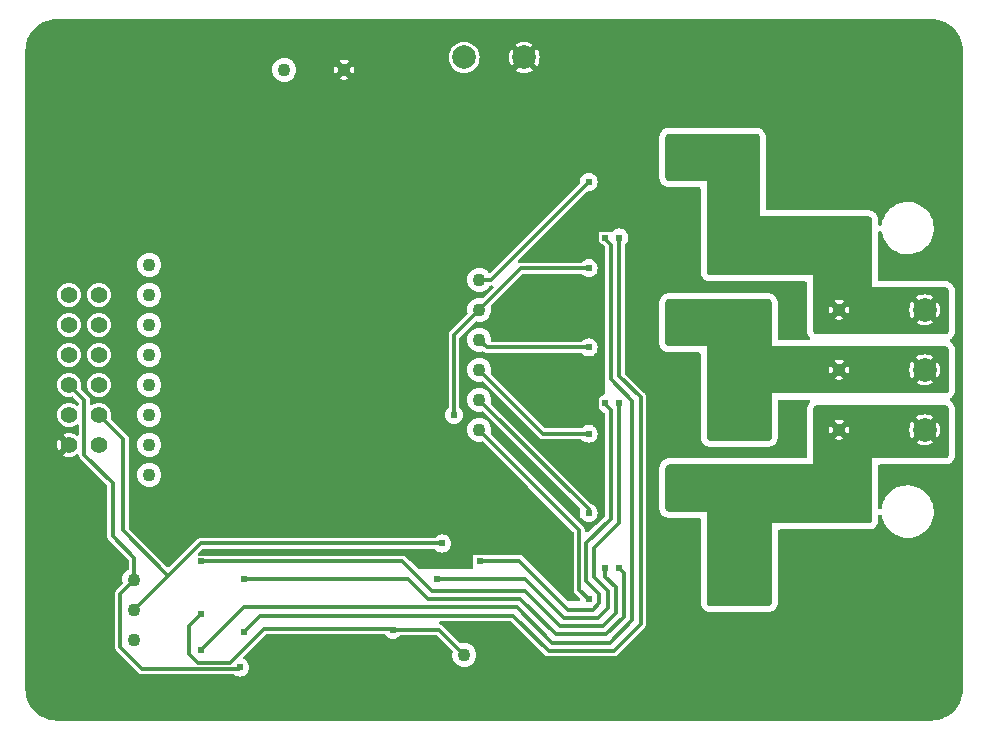
<source format=gbl>
G04 #@! TF.GenerationSoftware,KiCad,Pcbnew,7.0.6*
G04 #@! TF.CreationDate,2023-12-17T20:00:09+09:00*
G04 #@! TF.ProjectId,EB-BLDC,45422d42-4c44-4432-9e6b-696361645f70,V1_0*
G04 #@! TF.SameCoordinates,Original*
G04 #@! TF.FileFunction,Copper,L2,Bot*
G04 #@! TF.FilePolarity,Positive*
%FSLAX46Y46*%
G04 Gerber Fmt 4.6, Leading zero omitted, Abs format (unit mm)*
G04 Created by KiCad (PCBNEW 7.0.6) date 2023-12-17 20:00:09*
%MOMM*%
%LPD*%
G01*
G04 APERTURE LIST*
G04 #@! TA.AperFunction,ComponentPad*
%ADD10C,1.100000*%
G04 #@! TD*
G04 #@! TA.AperFunction,ComponentPad*
%ADD11C,2.000000*%
G04 #@! TD*
G04 #@! TA.AperFunction,ComponentPad*
%ADD12C,1.400000*%
G04 #@! TD*
G04 #@! TA.AperFunction,ViaPad*
%ADD13C,0.609600*%
G04 #@! TD*
G04 #@! TA.AperFunction,Conductor*
%ADD14C,0.304800*%
G04 #@! TD*
G04 APERTURE END LIST*
D10*
X-1270000Y7620000D03*
D11*
X-2540000Y26455000D03*
X2540000Y26455000D03*
D10*
X-1270000Y-5080000D03*
X-29210000Y6350000D03*
X-12700000Y25400000D03*
X-2540000Y-24130000D03*
X-29210000Y-1270000D03*
X-29210000Y1270000D03*
X-30480000Y-17780000D03*
X-29210000Y-3810000D03*
X-17780000Y25400000D03*
X-30480000Y-20320000D03*
X29210000Y5080000D03*
D11*
X36455000Y5080000D03*
X36455000Y0D03*
X36455000Y-5080000D03*
D12*
X-33460000Y6350000D03*
X-36000000Y6350000D03*
X-33460000Y3810000D03*
X-36000000Y3810000D03*
X-33460000Y1270000D03*
X-36000000Y1270000D03*
X-33460000Y-1270000D03*
X-36000000Y-1270000D03*
X-33460000Y-3810000D03*
X-36000000Y-3810000D03*
X-33460000Y-6350000D03*
X-36000000Y-6350000D03*
D10*
X29210000Y-5080000D03*
X-1270000Y5080000D03*
X-29210000Y3810000D03*
X-29210000Y-6350000D03*
X-29210000Y-8890000D03*
X-1270000Y2540000D03*
X29210000Y0D03*
X-30480000Y-22860000D03*
X-1270000Y0D03*
X-1270000Y-2540000D03*
X-29210000Y8890000D03*
D13*
X-15000000Y0D03*
X37500000Y27500000D03*
X5000000Y15000000D03*
X-15000000Y-10000000D03*
X30000000Y22500000D03*
X-27500000Y-7500000D03*
X-37500000Y15000000D03*
X-25000000Y-7500000D03*
X-25000000Y-12500000D03*
X-27500000Y27500000D03*
X27500000Y-22500000D03*
X32500000Y27500000D03*
X27500000Y-17500000D03*
X-15000000Y2500000D03*
X-15000000Y5000000D03*
X-25000000Y22500000D03*
X-25000000Y12500000D03*
X7500000Y27500000D03*
X32500000Y25000000D03*
X-22500000Y-5000000D03*
X-30000000Y15000000D03*
X30000000Y-25000000D03*
X-27500000Y-10000000D03*
X-22500000Y-7500000D03*
X17500000Y-25000000D03*
X37500000Y17500000D03*
X7500000Y5000000D03*
X-37500000Y-12500000D03*
X17500000Y-27500000D03*
X27500000Y27500000D03*
X-22500000Y12500000D03*
X-27500000Y-27500000D03*
X22500000Y27500000D03*
X-17500000Y-27500000D03*
X-35000000Y15000000D03*
X-32500000Y12500000D03*
X-24800000Y-16200000D03*
X-25000000Y17500000D03*
X-37500000Y27500000D03*
X30000000Y27500000D03*
X-37500000Y22500000D03*
X0Y15000000D03*
X35000000Y20000000D03*
X15000000Y-25000000D03*
X-37500000Y5000000D03*
X-1200000Y-16200000D03*
X9400000Y-2800000D03*
X22500000Y-25000000D03*
X-10000000Y-12500000D03*
X-27500000Y-5000000D03*
X-37500000Y0D03*
X-37500000Y-20000000D03*
X2500000Y-15000000D03*
X-30000000Y12500000D03*
X-12500000Y-7500000D03*
X32500000Y17500000D03*
X35000000Y17500000D03*
X30000000Y-17500000D03*
X-30000000Y25000000D03*
X25000000Y-27500000D03*
X17500000Y27500000D03*
X5000000Y-27500000D03*
X-7500000Y-12500000D03*
X-30000000Y27500000D03*
X9400000Y-16800000D03*
X32500000Y22500000D03*
X-35000000Y-12500000D03*
X35000000Y-25000000D03*
X35000000Y25000000D03*
X-2500000Y-27500000D03*
X-17500000Y10000000D03*
X-20000000Y-27500000D03*
X-24800000Y-23700000D03*
X-25000000Y20000000D03*
X-5000000Y-27500000D03*
X-35000000Y25000000D03*
X-35000000Y-15000000D03*
X0Y-15000000D03*
X17500000Y-22500000D03*
X0Y-25000000D03*
X7500000Y17500000D03*
X10000000Y-27500000D03*
X30000000Y25000000D03*
X-35000000Y-20000000D03*
X-37500000Y2500000D03*
X25000000Y-20000000D03*
X27500000Y-25000000D03*
X20000000Y27500000D03*
X-32500000Y-25000000D03*
X30000000Y17500000D03*
X2500000Y7500000D03*
X-37500000Y25000000D03*
X-35000000Y27500000D03*
X-27500000Y15000000D03*
X-15000000Y-25000000D03*
X30000000Y-15000000D03*
X-22500000Y25000000D03*
X37500000Y20000000D03*
X-35000000Y12500000D03*
X-15000000Y-5000000D03*
X10000000Y17500000D03*
X32500000Y-22500000D03*
X35000000Y-15000000D03*
X37500000Y-15000000D03*
X-15000000Y27500000D03*
X-25000000Y17500000D03*
X0Y-10000000D03*
X32500000Y15000000D03*
X-20000000Y25000000D03*
X35000000Y-17500000D03*
X30000000Y15000000D03*
X32500000Y-25000000D03*
X-15000000Y20000000D03*
X35000000Y27500000D03*
X12500000Y5000000D03*
X-35000000Y-27500000D03*
X-35000000Y17500000D03*
X-32500000Y17500000D03*
X-15000000Y22500000D03*
X-20000000Y-7500000D03*
X-27500000Y25000000D03*
X12500000Y17500000D03*
X-32500000Y-27500000D03*
X-17500000Y20000000D03*
X27500000Y-20000000D03*
X-22500000Y22500000D03*
X-10000000Y22500000D03*
X-35000000Y-22500000D03*
X32500000Y-27500000D03*
X-20000000Y17500000D03*
X30000000Y-20000000D03*
X2500000Y0D03*
X-2500000Y10000000D03*
X-27500000Y12500000D03*
X-5000000Y-12500000D03*
X-22500000Y-12500000D03*
X2500000Y15000000D03*
X37500000Y25000000D03*
X7500000Y-7500000D03*
X-15000000Y-12500000D03*
X-37500000Y10000000D03*
X15000000Y-22500000D03*
X27500000Y-15000000D03*
X5000000Y27500000D03*
X35000000Y22500000D03*
X-27500000Y10000000D03*
X-20000000Y22500000D03*
X-22500000Y-27500000D03*
X-12500000Y27500000D03*
X-5000000Y0D03*
X2500000Y-25000000D03*
X-37500000Y-2500000D03*
X-22500000Y15000000D03*
X-2500000Y-10000000D03*
X22500000Y-27500000D03*
X-35000000Y-17500000D03*
X-10000000Y-27500000D03*
X-20000000Y20000000D03*
X-7500000Y-27500000D03*
X37500000Y-25000000D03*
X32500000Y20000000D03*
X25000000Y27500000D03*
X27500000Y-27500000D03*
X35000000Y15000000D03*
X0Y-12500000D03*
X-10000000Y27500000D03*
X-37500000Y-5000000D03*
X-2500000Y15000000D03*
X-25000000Y10000000D03*
X-20000000Y-5000000D03*
X-25000000Y-10000000D03*
X-20000000Y-12500000D03*
X20000000Y-22500000D03*
X-32500000Y20000000D03*
X37500000Y22500000D03*
X20000000Y-27500000D03*
X12500000Y-27500000D03*
X-27500000Y22500000D03*
X30000000Y-22500000D03*
X9400000Y11200000D03*
X-20000000Y-10000000D03*
X30000000Y-27500000D03*
X25000000Y-17500000D03*
X-17500000Y17500000D03*
X2500000Y-2500000D03*
X-25000000Y-27500000D03*
X37500000Y-22500000D03*
X0Y12500000D03*
X-7500000Y20000000D03*
X-2500000Y-12500000D03*
X-37500000Y12500000D03*
X35000000Y-22500000D03*
X-27500000Y17500000D03*
X5000000Y-2500000D03*
X-25000000Y15000000D03*
X-2500000Y17500000D03*
X-22500000Y-10000000D03*
X32500000Y-17500000D03*
X5000000Y17500000D03*
X-12500000Y-12500000D03*
X37500000Y-10000000D03*
X2500000Y-12500000D03*
X-22500000Y-27500000D03*
X-37500000Y20000000D03*
X15000000Y-27500000D03*
X-37500000Y-10000000D03*
X-37500000Y-22500000D03*
X-12500000Y-27500000D03*
X-7500000Y27500000D03*
X10000000Y-25000000D03*
X-12500000Y-25000000D03*
X37500000Y-20000000D03*
X-15000000Y-27500000D03*
X-7500000Y22500000D03*
X7500000Y-27500000D03*
X-22500000Y17500000D03*
X0Y10000000D03*
X-30000000Y20000000D03*
X-2500000Y12500000D03*
X0Y17500000D03*
X25000000Y-25000000D03*
X37500000Y10000000D03*
X12500000Y7500000D03*
X-12500000Y-5000000D03*
X7500000Y-10000000D03*
X-37500000Y-15000000D03*
X-5000000Y5000000D03*
X37500000Y15000000D03*
X-37500000Y-7500000D03*
X35000000Y-20000000D03*
X-32500000Y10000000D03*
X-15000000Y7500000D03*
X0Y-27500000D03*
X-32500000Y22500000D03*
X-37500000Y27500000D03*
X37500000Y-17500000D03*
X5000000Y-25000000D03*
X2500000Y5000000D03*
X-35000000Y10000000D03*
X-32500000Y25000000D03*
X-30000000Y-27500000D03*
X37500000Y-27500000D03*
X-10000000Y20000000D03*
X20000000Y-25000000D03*
X15000000Y27500000D03*
X-17500000Y22500000D03*
X-37500000Y-27500000D03*
X-32500000Y27500000D03*
X-35000000Y20000000D03*
X-22500000Y20000000D03*
X5000000Y5000000D03*
X-27500000Y20000000D03*
X7500000Y-25000000D03*
X2500000Y17500000D03*
X22500000Y-22500000D03*
X32500000Y-20000000D03*
X-32500000Y15000000D03*
X-35000000Y-10000000D03*
X-17500000Y-10000000D03*
X25000000Y-15000000D03*
X-37500000Y-7500000D03*
X2500000Y-27500000D03*
X-37500000Y-25000000D03*
X32500000Y-15000000D03*
X30000000Y20000000D03*
X-20000000Y10000000D03*
X5000000Y0D03*
X0Y-22500000D03*
X25000000Y-22500000D03*
X-37500000Y17500000D03*
X12500000Y-25000000D03*
X-22500000Y10000000D03*
X-37500000Y-17500000D03*
X2500000Y12500000D03*
X-35000000Y22500000D03*
X35000000Y-27500000D03*
X5000000Y7500000D03*
X-30000000Y22500000D03*
X35000000Y-27500000D03*
X-37500000Y7500000D03*
X-17500000Y-12500000D03*
X-35000000Y-25000000D03*
X-30000000Y17500000D03*
X-21500000Y-25200000D03*
X-4400000Y-14700000D03*
X19000000Y9200000D03*
X15087600Y18135600D03*
X20300000Y10500000D03*
X19000000Y11800000D03*
X21600000Y11800000D03*
X20300000Y9200000D03*
X16205200Y18135600D03*
X15087600Y16865600D03*
X21600000Y10500000D03*
X20300000Y11800000D03*
X21600000Y9200000D03*
X16205200Y16865600D03*
X15036800Y19405600D03*
X16205200Y19405600D03*
X19000000Y10500000D03*
X21600000Y-4800000D03*
X20300000Y-4800000D03*
X19000000Y-3500000D03*
X21600000Y-2200000D03*
X19000000Y-4800000D03*
X15087600Y5410200D03*
X19000000Y-2200000D03*
X20300000Y-3500000D03*
X21600000Y-3500000D03*
X15087600Y4140200D03*
X16205200Y4140200D03*
X16205200Y2870200D03*
X16205200Y5410200D03*
X20300000Y-2200000D03*
X15087600Y2870200D03*
X21600000Y-16200000D03*
X16205200Y-8585200D03*
X16205200Y-9880600D03*
X19000000Y-18800000D03*
X20300000Y-18800000D03*
X19000000Y-16200000D03*
X15087600Y-11150600D03*
X20300000Y-17500000D03*
X15087600Y-8585200D03*
X15087600Y-9880600D03*
X19000000Y-17500000D03*
X21600000Y-17500000D03*
X21600000Y-18800000D03*
X16205200Y-11150600D03*
X20300000Y-16200000D03*
X10600000Y11200000D03*
X-21200000Y-22200000D03*
X-4800000Y-17700000D03*
X10600000Y-2800000D03*
X-21200000Y-17700000D03*
X10600000Y-16800000D03*
X8000000Y15900000D03*
X8000000Y8600000D03*
X-3400000Y-3800000D03*
X8000000Y1900000D03*
X8000000Y-5400000D03*
X8000000Y-12100000D03*
X8000000Y-19400000D03*
X-8600000Y-22000000D03*
X-24800000Y-20700000D03*
D14*
X9400000Y11106843D02*
X9900000Y10606843D01*
X9900000Y-12600000D02*
X7800000Y-14700000D01*
X9400000Y11200000D02*
X9400000Y11106843D01*
X11700000Y-2606843D02*
X11700000Y-21200000D01*
X-21200000Y-20100000D02*
X-24800000Y-23700000D01*
X11700000Y-21200000D02*
X9800000Y-23100000D01*
X-7800000Y-16200000D02*
X-24800000Y-16200000D01*
X2600000Y-18700000D02*
X-5300000Y-18700000D01*
X7800000Y-14700000D02*
X7800000Y-17900000D01*
X1900000Y-20100000D02*
X-21200000Y-20100000D01*
X6214400Y-20314400D02*
X2100000Y-16200000D01*
X9900000Y10606843D02*
X9900000Y-806843D01*
X9800000Y-23100000D02*
X4900000Y-23100000D01*
X8914400Y-19778757D02*
X8378757Y-20314400D01*
X10300000Y-20600000D02*
X9200000Y-21700000D01*
X9400000Y-16800000D02*
X9400000Y-17500000D01*
X8914400Y-19014400D02*
X8914400Y-19778757D01*
X2100000Y-16200000D02*
X-1200000Y-16200000D01*
X5600000Y-21700000D02*
X2600000Y-18700000D01*
X9400000Y-2800000D02*
X9400000Y-2893157D01*
X9900000Y-3393157D02*
X9900000Y-12600000D01*
X-5300000Y-18700000D02*
X-7800000Y-16200000D01*
X7800000Y-17900000D02*
X8914400Y-19014400D01*
X10300000Y-18400000D02*
X10300000Y-20600000D01*
X9400000Y-17500000D02*
X10300000Y-18400000D01*
X9400000Y-2893157D02*
X9900000Y-3393157D01*
X9200000Y-21700000D02*
X5600000Y-21700000D01*
X8378757Y-20314400D02*
X6214400Y-20314400D01*
X4900000Y-23100000D02*
X1900000Y-20100000D01*
X9900000Y-806843D02*
X11700000Y-2606843D01*
X-32300000Y-9600000D02*
X-32300000Y-14100000D01*
X-21500000Y-25200000D02*
X-21608000Y-25308000D01*
X-31642000Y-23458000D02*
X-31642000Y-18942000D01*
X-29792000Y-25308000D02*
X-31642000Y-23458000D01*
X-21608000Y-25308000D02*
X-29792000Y-25308000D01*
X-34700000Y-2570000D02*
X-34700000Y-7200000D01*
X-36000000Y-1270000D02*
X-34700000Y-2570000D01*
X-30480000Y-15920000D02*
X-30480000Y-17780000D01*
X-34700000Y-7200000D02*
X-32300000Y-9600000D01*
X-31642000Y-18942000D02*
X-30480000Y-17780000D01*
X-32300000Y-14100000D02*
X-30480000Y-15920000D01*
X-31400000Y-5870000D02*
X-31400000Y-13600000D01*
X-31400000Y-13600000D02*
X-27580000Y-17420000D01*
X-33460000Y-3810000D02*
X-31400000Y-5870000D01*
X-4400000Y-14700000D02*
X-24860000Y-14700000D01*
X-27580000Y-17420000D02*
X-30480000Y-20320000D01*
X-24860000Y-14700000D02*
X-27580000Y-17420000D01*
X12400000Y-21504605D02*
X10104605Y-23800000D01*
X-19800000Y-20800000D02*
X-21200000Y-22200000D01*
X10600000Y-500000D02*
X12400000Y-2300000D01*
X4600000Y-23800000D02*
X1600000Y-20800000D01*
X1600000Y-20800000D02*
X-19800000Y-20800000D01*
X12400000Y-2300000D02*
X12400000Y-21504605D01*
X10600000Y11200000D02*
X10600000Y-500000D01*
X10104605Y-23800000D02*
X4600000Y-23800000D01*
X8800000Y-21000000D02*
X5900000Y-21000000D01*
X10600000Y-12926420D02*
X8459210Y-15067210D01*
X8459210Y-17559210D02*
X9600000Y-18700000D01*
X9600000Y-20200000D02*
X8800000Y-21000000D01*
X10600000Y-2800000D02*
X10600000Y-12926420D01*
X9600000Y-18700000D02*
X9600000Y-20200000D01*
X5900000Y-21000000D02*
X2600000Y-17700000D01*
X8459210Y-15067210D02*
X8459210Y-17559210D01*
X2600000Y-17700000D02*
X-4800000Y-17700000D01*
X11000000Y-20900000D02*
X9500000Y-22400000D01*
X10600000Y-16800000D02*
X11000000Y-17200000D01*
X9500000Y-22400000D02*
X5200000Y-22400000D01*
X-7300000Y-17700000D02*
X-21200000Y-17700000D01*
X5200000Y-22400000D02*
X2200000Y-19400000D01*
X-5600000Y-19400000D02*
X-7300000Y-17700000D01*
X2200000Y-19400000D02*
X-5600000Y-19400000D01*
X11000000Y-17200000D02*
X11000000Y-20900000D01*
X-280000Y7620000D02*
X-1270000Y7620000D01*
X8000000Y15900000D02*
X-280000Y7620000D01*
X-3400000Y2950000D02*
X-1270000Y5080000D01*
X-3400000Y-3800000D02*
X-3400000Y2950000D01*
X8000000Y8600000D02*
X2250000Y8600000D01*
X2250000Y8600000D02*
X-1270000Y5080000D01*
X-630000Y1900000D02*
X-1270000Y2540000D01*
X8000000Y1900000D02*
X-630000Y1900000D01*
X8000000Y-5400000D02*
X4130000Y-5400000D01*
X4130000Y-5400000D02*
X-1270000Y0D01*
X8000000Y-12100000D02*
X8000000Y-11810000D01*
X8000000Y-11810000D02*
X-1270000Y-2540000D01*
X7200000Y-13550000D02*
X-1270000Y-5080000D01*
X8000000Y-19400000D02*
X7200000Y-18600000D01*
X7200000Y-18600000D02*
X7200000Y-13550000D01*
X-8700000Y-21900000D02*
X-8600000Y-22000000D01*
X-25100000Y-24800000D02*
X-22400000Y-24800000D01*
X-22400000Y-24800000D02*
X-19500000Y-21900000D01*
X-25800000Y-24100000D02*
X-25100000Y-24800000D01*
X-4670000Y-22000000D02*
X-8600000Y-22000000D01*
X-24800000Y-20700000D02*
X-25800000Y-21700000D01*
X-19500000Y-21900000D02*
X-8700000Y-21900000D01*
X-25800000Y-21700000D02*
X-25800000Y-24100000D01*
X-2540000Y-24130000D02*
X-4670000Y-22000000D01*
G04 #@! TA.AperFunction,Conductor*
G36*
X16550000Y2300000D02*
G01*
X14501941Y2300000D01*
X14500000Y2319712D01*
X14500000Y5680287D01*
X14502909Y5709823D01*
X14517326Y5782304D01*
X14539933Y5836882D01*
X14572543Y5885686D01*
X14614313Y5927456D01*
X14663117Y5960066D01*
X14717693Y5982673D01*
X14790176Y5997091D01*
X14819713Y6000000D01*
X16550000Y6000000D01*
X16550000Y2300000D01*
G37*
G04 #@! TD.AperFunction*
G04 #@! TA.AperFunction,Conductor*
G36*
X38209823Y-3002909D02*
G01*
X38237064Y-3008327D01*
X38282305Y-3017326D01*
X38336882Y-3039933D01*
X38385686Y-3072543D01*
X38427456Y-3114313D01*
X38460066Y-3163117D01*
X38482673Y-3217693D01*
X38497091Y-3290174D01*
X38500000Y-3319712D01*
X38500000Y-7180287D01*
X38497091Y-7209825D01*
X38482673Y-7282306D01*
X38460066Y-7336882D01*
X38427456Y-7385686D01*
X38385686Y-7427456D01*
X38336882Y-7460066D01*
X38282306Y-7482673D01*
X38241692Y-7490751D01*
X38209823Y-7497091D01*
X38180287Y-7500000D01*
X32000000Y-7500000D01*
X32000000Y-7804800D01*
X32000000Y-12680287D01*
X31997091Y-12709825D01*
X31982673Y-12782306D01*
X31960066Y-12836882D01*
X31927456Y-12885686D01*
X31885686Y-12927456D01*
X31836882Y-12960066D01*
X31782306Y-12982673D01*
X31741692Y-12990751D01*
X31709823Y-12997091D01*
X31680287Y-13000000D01*
X23500000Y-13000000D01*
X23500000Y-13304800D01*
X23500000Y-19680287D01*
X23497091Y-19709825D01*
X23482673Y-19782306D01*
X23460066Y-19836882D01*
X23427456Y-19885686D01*
X23385686Y-19927456D01*
X23336882Y-19960066D01*
X23282306Y-19982673D01*
X23241692Y-19990751D01*
X23209823Y-19997091D01*
X23180287Y-20000000D01*
X18319713Y-20000000D01*
X18290176Y-19997091D01*
X18217692Y-19982672D01*
X18163117Y-19960066D01*
X18114313Y-19927456D01*
X18072543Y-19885686D01*
X18039933Y-19836882D01*
X18017326Y-19782304D01*
X18002909Y-19709823D01*
X18000000Y-19680287D01*
X18000000Y-12304800D01*
X18000000Y-12000000D01*
X17695200Y-12000000D01*
X14819713Y-12000000D01*
X14790176Y-11997091D01*
X14717692Y-11982672D01*
X14663117Y-11960066D01*
X14614313Y-11927456D01*
X14572543Y-11885686D01*
X14539933Y-11836882D01*
X14517326Y-11782304D01*
X14502909Y-11709823D01*
X14500000Y-11680287D01*
X14500000Y-8319712D01*
X14502909Y-8290176D01*
X14503951Y-8284932D01*
X14517327Y-8217692D01*
X14539931Y-8163120D01*
X14572544Y-8114311D01*
X14614311Y-8072544D01*
X14663120Y-8039931D01*
X14717692Y-8017327D01*
X14769278Y-8007065D01*
X14790177Y-8002909D01*
X14819713Y-8000000D01*
X26695200Y-8000000D01*
X27000000Y-8000000D01*
X27000000Y-5080000D01*
X28350492Y-5080000D01*
X28369274Y-5258705D01*
X28424799Y-5429591D01*
X28424800Y-5429593D01*
X28452762Y-5478025D01*
X28452763Y-5478025D01*
X28811272Y-5119515D01*
X28824835Y-5205148D01*
X28882359Y-5318045D01*
X28971955Y-5407641D01*
X29084852Y-5465165D01*
X29170482Y-5478727D01*
X28811111Y-5838098D01*
X28944395Y-5897440D01*
X29120160Y-5934800D01*
X29299840Y-5934800D01*
X29475604Y-5897440D01*
X29608888Y-5838098D01*
X29249517Y-5478727D01*
X29335148Y-5465165D01*
X29448045Y-5407641D01*
X29537641Y-5318045D01*
X29595165Y-5205148D01*
X29608727Y-5119518D01*
X29967235Y-5478025D01*
X29995198Y-5429594D01*
X29995201Y-5429587D01*
X30050725Y-5258705D01*
X30069507Y-5080000D01*
X35145216Y-5080000D01*
X35165114Y-5307441D01*
X35224205Y-5527969D01*
X35224207Y-5527976D01*
X35320695Y-5734894D01*
X35320697Y-5734897D01*
X35370197Y-5805591D01*
X35370198Y-5805591D01*
X35851065Y-5324723D01*
X35862188Y-5358956D01*
X35950186Y-5497619D01*
X36069903Y-5610040D01*
X36208161Y-5686048D01*
X35729408Y-6164801D01*
X35800100Y-6214301D01*
X35800105Y-6214304D01*
X36007023Y-6310792D01*
X36007030Y-6310794D01*
X36227558Y-6369885D01*
X36227557Y-6369885D01*
X36455000Y-6389783D01*
X36682441Y-6369885D01*
X36902969Y-6310794D01*
X36902976Y-6310792D01*
X37109894Y-6214304D01*
X37180590Y-6164801D01*
X37180590Y-6164800D01*
X36698481Y-5682691D01*
X36770629Y-5654126D01*
X36903492Y-5557595D01*
X37008175Y-5431055D01*
X37058442Y-5324232D01*
X37539801Y-5805591D01*
X37539801Y-5805590D01*
X37589304Y-5734894D01*
X37685792Y-5527976D01*
X37685794Y-5527969D01*
X37744885Y-5307441D01*
X37764783Y-5080000D01*
X37744885Y-4852558D01*
X37685794Y-4632030D01*
X37685792Y-4632023D01*
X37589304Y-4425105D01*
X37589301Y-4425100D01*
X37539801Y-4354408D01*
X37058934Y-4835274D01*
X37047812Y-4801044D01*
X36959814Y-4662381D01*
X36840097Y-4549960D01*
X36701837Y-4473950D01*
X37180591Y-3995198D01*
X37180591Y-3995197D01*
X37109897Y-3945697D01*
X37109894Y-3945695D01*
X36902976Y-3849207D01*
X36902969Y-3849205D01*
X36682441Y-3790114D01*
X36682442Y-3790114D01*
X36455000Y-3770216D01*
X36227558Y-3790114D01*
X36007030Y-3849205D01*
X36007023Y-3849207D01*
X35800107Y-3945695D01*
X35800106Y-3945695D01*
X35729408Y-3995198D01*
X36211518Y-4477308D01*
X36139371Y-4505874D01*
X36006508Y-4602405D01*
X35901825Y-4728945D01*
X35851557Y-4835767D01*
X35370198Y-4354408D01*
X35320695Y-4425106D01*
X35320695Y-4425107D01*
X35224207Y-4632023D01*
X35224205Y-4632030D01*
X35165114Y-4852558D01*
X35145216Y-5080000D01*
X30069507Y-5080000D01*
X30050725Y-4901294D01*
X29995201Y-4730410D01*
X29967235Y-4681973D01*
X29608726Y-5040481D01*
X29595165Y-4954852D01*
X29537641Y-4841955D01*
X29448045Y-4752359D01*
X29335148Y-4694835D01*
X29249515Y-4681272D01*
X29608887Y-4321901D01*
X29475602Y-4262559D01*
X29299840Y-4225200D01*
X29120160Y-4225200D01*
X28944395Y-4262559D01*
X28811111Y-4321900D01*
X28811111Y-4321901D01*
X29170482Y-4681272D01*
X29084852Y-4694835D01*
X28971955Y-4752359D01*
X28882359Y-4841955D01*
X28824835Y-4954852D01*
X28811272Y-5040482D01*
X28452763Y-4681973D01*
X28452762Y-4681973D01*
X28424800Y-4730406D01*
X28369274Y-4901294D01*
X28350492Y-5080000D01*
X27000000Y-5080000D01*
X27000000Y-3319712D01*
X27002909Y-3290176D01*
X27003951Y-3284932D01*
X27017327Y-3217692D01*
X27039931Y-3163120D01*
X27072544Y-3114311D01*
X27114311Y-3072544D01*
X27163120Y-3039931D01*
X27217692Y-3017327D01*
X27269278Y-3007065D01*
X27290177Y-3002909D01*
X27319713Y-3000000D01*
X38180287Y-3000000D01*
X38209823Y-3002909D01*
G37*
G04 #@! TD.AperFunction*
G04 #@! TA.AperFunction,Conductor*
G36*
X22209823Y19997091D02*
G01*
X22241692Y19990751D01*
X22282306Y19982673D01*
X22336882Y19960066D01*
X22385686Y19927456D01*
X22427456Y19885686D01*
X22460066Y19836882D01*
X22482673Y19782306D01*
X22497091Y19709825D01*
X22500000Y19680287D01*
X22500000Y13000000D01*
X31680287Y13000000D01*
X31709823Y12997091D01*
X31741692Y12990751D01*
X31782306Y12982673D01*
X31836882Y12960066D01*
X31885686Y12927456D01*
X31927456Y12885686D01*
X31960066Y12836882D01*
X31982673Y12782306D01*
X31997091Y12709825D01*
X32000000Y12680287D01*
X32000000Y7000000D01*
X38180287Y7000000D01*
X38209823Y6997091D01*
X38241692Y6990751D01*
X38282306Y6982673D01*
X38336882Y6960066D01*
X38385686Y6927456D01*
X38427456Y6885686D01*
X38460066Y6836882D01*
X38482673Y6782306D01*
X38497091Y6709825D01*
X38500000Y6680287D01*
X38500000Y3319712D01*
X38497091Y3290174D01*
X38482673Y3217693D01*
X38460066Y3163117D01*
X38427456Y3114313D01*
X38385686Y3072543D01*
X38336882Y3039933D01*
X38282305Y3017326D01*
X38237064Y3008327D01*
X38209823Y3002909D01*
X38180287Y3000000D01*
X27319713Y3000000D01*
X27290177Y3002909D01*
X27269278Y3007065D01*
X27217692Y3017327D01*
X27163120Y3039931D01*
X27114311Y3072544D01*
X27072544Y3114311D01*
X27039931Y3163120D01*
X27017327Y3217693D01*
X27002909Y3290176D01*
X27000000Y3319712D01*
X27000000Y5080000D01*
X28350492Y5080000D01*
X28369274Y4901294D01*
X28424800Y4730406D01*
X28452762Y4681973D01*
X28452763Y4681973D01*
X28811272Y5040482D01*
X28824835Y4954852D01*
X28882359Y4841955D01*
X28971955Y4752359D01*
X29084852Y4694835D01*
X29170482Y4681272D01*
X28811111Y4321901D01*
X28811111Y4321900D01*
X28944395Y4262559D01*
X29120160Y4225200D01*
X29299840Y4225200D01*
X29475602Y4262559D01*
X29608888Y4321901D01*
X29249517Y4681272D01*
X29335148Y4694835D01*
X29448045Y4752359D01*
X29537641Y4841955D01*
X29595165Y4954852D01*
X29608726Y5040481D01*
X29967235Y4681973D01*
X29995201Y4730410D01*
X30050725Y4901294D01*
X30069507Y5080000D01*
X35145216Y5080000D01*
X35165114Y4852558D01*
X35224205Y4632030D01*
X35224207Y4632023D01*
X35320695Y4425107D01*
X35320695Y4425106D01*
X35370198Y4354408D01*
X35851065Y4835275D01*
X35862188Y4801044D01*
X35950186Y4662381D01*
X36069903Y4549960D01*
X36208161Y4473951D01*
X35729408Y3995198D01*
X35800107Y3945695D01*
X36007023Y3849207D01*
X36007030Y3849205D01*
X36227558Y3790114D01*
X36227557Y3790114D01*
X36455000Y3770216D01*
X36682441Y3790114D01*
X36902969Y3849205D01*
X36902976Y3849207D01*
X37109894Y3945695D01*
X37109897Y3945697D01*
X37180591Y3995197D01*
X37180591Y3995198D01*
X36698481Y4477308D01*
X36770629Y4505874D01*
X36903492Y4602405D01*
X37008175Y4728945D01*
X37058441Y4835767D01*
X37539801Y4354408D01*
X37589301Y4425100D01*
X37589304Y4425105D01*
X37685792Y4632023D01*
X37685794Y4632030D01*
X37744885Y4852558D01*
X37764783Y5080000D01*
X37744885Y5307441D01*
X37685794Y5527969D01*
X37685792Y5527976D01*
X37589304Y5734894D01*
X37539801Y5805590D01*
X37539801Y5805591D01*
X37058934Y5324724D01*
X37047812Y5358956D01*
X36959814Y5497619D01*
X36840097Y5610040D01*
X36701838Y5686048D01*
X37180590Y6164800D01*
X37180590Y6164801D01*
X37109893Y6214304D01*
X37109895Y6214304D01*
X36902976Y6310792D01*
X36902969Y6310794D01*
X36682441Y6369885D01*
X36682442Y6369885D01*
X36455000Y6389783D01*
X36227558Y6369885D01*
X36007030Y6310794D01*
X36007023Y6310792D01*
X35800105Y6214304D01*
X35800100Y6214301D01*
X35729408Y6164801D01*
X36211518Y5682691D01*
X36139371Y5654126D01*
X36006508Y5557595D01*
X35901825Y5431055D01*
X35851557Y5324230D01*
X35370198Y5805591D01*
X35370197Y5805591D01*
X35320697Y5734897D01*
X35320695Y5734894D01*
X35224207Y5527976D01*
X35224205Y5527969D01*
X35165114Y5307441D01*
X35145216Y5080000D01*
X30069507Y5080000D01*
X30050725Y5258705D01*
X29995201Y5429587D01*
X29995198Y5429594D01*
X29967235Y5478025D01*
X29608727Y5119518D01*
X29595165Y5205148D01*
X29537641Y5318045D01*
X29448045Y5407641D01*
X29335148Y5465165D01*
X29249517Y5478727D01*
X29608888Y5838098D01*
X29475604Y5897440D01*
X29299840Y5934800D01*
X29120160Y5934800D01*
X28944395Y5897440D01*
X28811111Y5838098D01*
X29170482Y5478727D01*
X29084852Y5465165D01*
X28971955Y5407641D01*
X28882359Y5318045D01*
X28824835Y5205148D01*
X28811272Y5119515D01*
X28452763Y5478025D01*
X28452762Y5478025D01*
X28424800Y5429593D01*
X28424799Y5429591D01*
X28369274Y5258705D01*
X28350492Y5080000D01*
X27000000Y5080000D01*
X27000000Y5478025D01*
X27000000Y7695200D01*
X27000000Y8000000D01*
X26695200Y8000000D01*
X18319713Y8000000D01*
X18290177Y8002909D01*
X18269278Y8007065D01*
X18217692Y8017327D01*
X18163120Y8039931D01*
X18114311Y8072544D01*
X18072544Y8114311D01*
X18039931Y8163120D01*
X18017327Y8217692D01*
X18002909Y8290176D01*
X18000000Y8319712D01*
X18000000Y15695199D01*
X18000000Y15695200D01*
X18000000Y16000000D01*
X17695200Y16000000D01*
X14819713Y16000000D01*
X14790177Y16002909D01*
X14769278Y16007065D01*
X14717692Y16017327D01*
X14663120Y16039931D01*
X14614311Y16072544D01*
X14572544Y16114311D01*
X14539931Y16163120D01*
X14517327Y16217692D01*
X14502909Y16290176D01*
X14500000Y16319712D01*
X14500000Y19680287D01*
X14502909Y19709823D01*
X14517326Y19782304D01*
X14539933Y19836882D01*
X14572543Y19885686D01*
X14614313Y19927456D01*
X14663117Y19960066D01*
X14717693Y19982673D01*
X14790176Y19997091D01*
X14819713Y20000000D01*
X22180287Y20000000D01*
X22209823Y19997091D01*
G37*
G04 #@! TD.AperFunction*
G04 #@! TA.AperFunction,Conductor*
G36*
X23209823Y5997091D02*
G01*
X23241692Y5990751D01*
X23282306Y5982673D01*
X23336882Y5960066D01*
X23385686Y5927456D01*
X23427456Y5885686D01*
X23460066Y5836882D01*
X23482673Y5782306D01*
X23497091Y5709825D01*
X23500000Y5680287D01*
X23500000Y2000000D01*
X38180287Y2000000D01*
X38209823Y1997091D01*
X38241692Y1990751D01*
X38282306Y1982673D01*
X38336882Y1960066D01*
X38385686Y1927456D01*
X38427456Y1885686D01*
X38460066Y1836882D01*
X38482673Y1782306D01*
X38497091Y1709825D01*
X38500000Y1680287D01*
X38500000Y-1680287D01*
X38497091Y-1709825D01*
X38482673Y-1782306D01*
X38460066Y-1836882D01*
X38427456Y-1885686D01*
X38385686Y-1927456D01*
X38336882Y-1960066D01*
X38282306Y-1982673D01*
X38241692Y-1990751D01*
X38209823Y-1997091D01*
X38180287Y-2000000D01*
X23500000Y-2000000D01*
X23500000Y-2304800D01*
X23500000Y-5680287D01*
X23497091Y-5709825D01*
X23482673Y-5782306D01*
X23460066Y-5836882D01*
X23427456Y-5885686D01*
X23385686Y-5927456D01*
X23336882Y-5960066D01*
X23282306Y-5982673D01*
X23241692Y-5990751D01*
X23209823Y-5997091D01*
X23180287Y-6000000D01*
X18319713Y-6000000D01*
X18290176Y-5997091D01*
X18217692Y-5982672D01*
X18163117Y-5960066D01*
X18114313Y-5927456D01*
X18072543Y-5885686D01*
X18039933Y-5836882D01*
X18017326Y-5782304D01*
X18002909Y-5709823D01*
X18000000Y-5680287D01*
X18000000Y0D01*
X28350492Y0D01*
X28369274Y-178705D01*
X28424799Y-349591D01*
X28424800Y-349593D01*
X28452762Y-398025D01*
X28452763Y-398025D01*
X28811272Y-39517D01*
X28824835Y-125148D01*
X28882359Y-238045D01*
X28971955Y-327641D01*
X29084852Y-385165D01*
X29170482Y-398727D01*
X28811111Y-758098D01*
X28944395Y-817440D01*
X29120160Y-854800D01*
X29299840Y-854800D01*
X29475604Y-817440D01*
X29608888Y-758098D01*
X29249517Y-398727D01*
X29335148Y-385165D01*
X29448045Y-327641D01*
X29537641Y-238045D01*
X29595165Y-125148D01*
X29608727Y-39518D01*
X29967235Y-398025D01*
X29995198Y-349594D01*
X29995201Y-349587D01*
X30050725Y-178705D01*
X30069507Y0D01*
X35145216Y0D01*
X35165114Y-227441D01*
X35224205Y-447969D01*
X35224207Y-447976D01*
X35320695Y-654894D01*
X35320697Y-654897D01*
X35370197Y-725591D01*
X35370198Y-725591D01*
X35851065Y-244724D01*
X35862188Y-278956D01*
X35950186Y-417619D01*
X36069903Y-530040D01*
X36208161Y-606048D01*
X35729408Y-1084801D01*
X35800100Y-1134301D01*
X35800105Y-1134304D01*
X36007023Y-1230792D01*
X36007030Y-1230794D01*
X36227558Y-1289885D01*
X36227557Y-1289885D01*
X36455000Y-1309783D01*
X36682441Y-1289885D01*
X36902969Y-1230794D01*
X36902976Y-1230792D01*
X37109894Y-1134304D01*
X37180590Y-1084801D01*
X37180590Y-1084800D01*
X36698481Y-602691D01*
X36770629Y-574126D01*
X36903492Y-477595D01*
X37008175Y-351055D01*
X37058442Y-244232D01*
X37539801Y-725591D01*
X37539801Y-725590D01*
X37589304Y-654894D01*
X37685792Y-447976D01*
X37685794Y-447969D01*
X37744885Y-227441D01*
X37764783Y0D01*
X37744885Y227441D01*
X37685794Y447969D01*
X37685792Y447976D01*
X37589304Y654894D01*
X37539801Y725590D01*
X37539801Y725591D01*
X37058934Y244724D01*
X37047812Y278956D01*
X36959814Y417619D01*
X36840097Y530040D01*
X36701838Y606048D01*
X37180590Y1084800D01*
X37180590Y1084801D01*
X37109893Y1134304D01*
X37109895Y1134304D01*
X36902976Y1230792D01*
X36902969Y1230794D01*
X36682441Y1289885D01*
X36682442Y1289885D01*
X36455000Y1309783D01*
X36227558Y1289885D01*
X36007030Y1230794D01*
X36007023Y1230792D01*
X35800105Y1134304D01*
X35800100Y1134301D01*
X35729408Y1084801D01*
X36211518Y602691D01*
X36139371Y574126D01*
X36006508Y477595D01*
X35901825Y351055D01*
X35851557Y244231D01*
X35370198Y725591D01*
X35370197Y725591D01*
X35320697Y654897D01*
X35320695Y654894D01*
X35224207Y447976D01*
X35224205Y447969D01*
X35165114Y227441D01*
X35145216Y0D01*
X30069507Y0D01*
X30050725Y178705D01*
X29995201Y349587D01*
X29995198Y349594D01*
X29967235Y398025D01*
X29608727Y39518D01*
X29595165Y125148D01*
X29537641Y238045D01*
X29448045Y327641D01*
X29335148Y385165D01*
X29249516Y398727D01*
X29608887Y758097D01*
X29608887Y758098D01*
X29475606Y817439D01*
X29299840Y854800D01*
X29120160Y854800D01*
X28944395Y817440D01*
X28811111Y758097D01*
X29170481Y398727D01*
X29084852Y385165D01*
X28971955Y327641D01*
X28882359Y238045D01*
X28824835Y125148D01*
X28811272Y39517D01*
X28452763Y398025D01*
X28452762Y398025D01*
X28424800Y349593D01*
X28424799Y349591D01*
X28369274Y178705D01*
X28350492Y0D01*
X18000000Y0D01*
X18000000Y1695199D01*
X18000000Y1695200D01*
X18000000Y2000000D01*
X17695200Y2000000D01*
X14819713Y2000000D01*
X14790177Y2002909D01*
X14769278Y2007065D01*
X14717692Y2017327D01*
X14663120Y2039931D01*
X14614311Y2072544D01*
X14572544Y2114311D01*
X14539931Y2163120D01*
X14517327Y2217692D01*
X14502909Y2290176D01*
X14501941Y2300000D01*
X16550000Y2300000D01*
X16550000Y6000000D01*
X23180287Y6000000D01*
X23209823Y5997091D01*
G37*
G04 #@! TD.AperFunction*
G04 #@! TA.AperFunction,Conductor*
G36*
X37002118Y29694581D02*
G01*
X37297464Y29677994D01*
X37305906Y29677042D01*
X37595431Y29627850D01*
X37603714Y29625960D01*
X37885912Y29544660D01*
X37893931Y29541854D01*
X38165259Y29429467D01*
X38172913Y29425781D01*
X38429942Y29283726D01*
X38437136Y29279206D01*
X38676649Y29109261D01*
X38683291Y29103964D01*
X38902268Y28908276D01*
X38908276Y28902268D01*
X39103964Y28683291D01*
X39109261Y28676649D01*
X39279206Y28437136D01*
X39283726Y28429942D01*
X39425781Y28172913D01*
X39429467Y28165259D01*
X39541854Y27893931D01*
X39544660Y27885912D01*
X39625960Y27603714D01*
X39627850Y27595431D01*
X39677042Y27305906D01*
X39677994Y27297464D01*
X39694581Y27002117D01*
X39694700Y26997872D01*
X39694700Y-26997872D01*
X39694581Y-27002117D01*
X39677994Y-27297464D01*
X39677042Y-27305906D01*
X39627850Y-27595431D01*
X39625960Y-27603714D01*
X39544660Y-27885912D01*
X39541854Y-27893931D01*
X39429467Y-28165259D01*
X39425781Y-28172913D01*
X39283726Y-28429942D01*
X39279206Y-28437136D01*
X39109261Y-28676649D01*
X39103964Y-28683291D01*
X38908276Y-28902268D01*
X38902268Y-28908276D01*
X38683291Y-29103964D01*
X38676649Y-29109261D01*
X38437136Y-29279206D01*
X38429942Y-29283726D01*
X38172913Y-29425781D01*
X38165259Y-29429467D01*
X37893931Y-29541854D01*
X37885912Y-29544660D01*
X37603714Y-29625960D01*
X37595431Y-29627850D01*
X37305906Y-29677042D01*
X37297464Y-29677994D01*
X37002118Y-29694581D01*
X36997873Y-29694700D01*
X-36997873Y-29694700D01*
X-37002118Y-29694581D01*
X-37297464Y-29677994D01*
X-37305906Y-29677042D01*
X-37595431Y-29627850D01*
X-37603714Y-29625960D01*
X-37885919Y-29544658D01*
X-37893938Y-29541852D01*
X-38165250Y-29429471D01*
X-38172904Y-29425785D01*
X-38429943Y-29283725D01*
X-38437137Y-29279205D01*
X-38676649Y-29109261D01*
X-38683292Y-29103964D01*
X-38902267Y-28908275D01*
X-38908275Y-28902267D01*
X-39103964Y-28683292D01*
X-39109261Y-28676649D01*
X-39279205Y-28437137D01*
X-39283725Y-28429943D01*
X-39425785Y-28172904D01*
X-39429471Y-28165250D01*
X-39541852Y-27893938D01*
X-39544658Y-27885919D01*
X-39625960Y-27603714D01*
X-39627850Y-27595431D01*
X-39677042Y-27305906D01*
X-39677994Y-27297464D01*
X-39694581Y-27002117D01*
X-39694700Y-26997872D01*
X-39694700Y-3810000D01*
X-37014987Y-3810000D01*
X-36995484Y-4008014D01*
X-36937726Y-4198419D01*
X-36843931Y-4373897D01*
X-36717704Y-4527704D01*
X-36563897Y-4653931D01*
X-36388419Y-4747726D01*
X-36198014Y-4805484D01*
X-36049618Y-4820100D01*
X-36004370Y-4820100D01*
X-36003069Y-4820164D01*
X-36000000Y-4820164D01*
X-35996931Y-4820164D01*
X-35995630Y-4820100D01*
X-35950385Y-4820100D01*
X-35950382Y-4820100D01*
X-35801986Y-4805484D01*
X-35611581Y-4747726D01*
X-35436103Y-4653931D01*
X-35405147Y-4628526D01*
X-35333765Y-4596182D01*
X-35255772Y-4603862D01*
X-35192068Y-4649510D01*
X-35159723Y-4720894D01*
X-35157700Y-4745559D01*
X-35157700Y-5421296D01*
X-35177984Y-5496996D01*
X-35233400Y-5552412D01*
X-35309100Y-5572696D01*
X-35384800Y-5552412D01*
X-35405145Y-5538332D01*
X-35439065Y-5510495D01*
X-35613621Y-5417192D01*
X-35803024Y-5359738D01*
X-36000000Y-5340338D01*
X-36196975Y-5359738D01*
X-36386378Y-5417192D01*
X-36508382Y-5482406D01*
X-36039517Y-5951272D01*
X-36125148Y-5964835D01*
X-36238045Y-6022359D01*
X-36327641Y-6111955D01*
X-36385165Y-6224852D01*
X-36398727Y-6310481D01*
X-36867593Y-5841615D01*
X-36932804Y-5963614D01*
X-36932805Y-5963616D01*
X-36990261Y-6153024D01*
X-37009661Y-6349999D01*
X-36990261Y-6546975D01*
X-36932805Y-6736382D01*
X-36867592Y-6858382D01*
X-36398727Y-6389517D01*
X-36385165Y-6475148D01*
X-36327641Y-6588045D01*
X-36238045Y-6677641D01*
X-36125148Y-6735165D01*
X-36039517Y-6748727D01*
X-36508383Y-7217593D01*
X-36386382Y-7282805D01*
X-36196975Y-7340261D01*
X-36000000Y-7359661D01*
X-35803024Y-7340261D01*
X-35613621Y-7282807D01*
X-35439064Y-7189504D01*
X-35401612Y-7158768D01*
X-35330227Y-7126424D01*
X-35252234Y-7134106D01*
X-35188531Y-7179755D01*
X-35156805Y-7247653D01*
X-35151311Y-7276686D01*
X-35142306Y-7336434D01*
X-35139766Y-7344667D01*
X-35136896Y-7352867D01*
X-35136895Y-7352876D01*
X-35108660Y-7406299D01*
X-35082441Y-7460744D01*
X-35082437Y-7460748D01*
X-35077569Y-7467888D01*
X-35072425Y-7474858D01*
X-35072424Y-7474862D01*
X-35029691Y-7517594D01*
X-34988595Y-7561886D01*
X-34988590Y-7561888D01*
X-34979721Y-7568962D01*
X-34980528Y-7569975D01*
X-34966941Y-7580343D01*
X-32802041Y-9745243D01*
X-32762858Y-9813112D01*
X-32757699Y-9852296D01*
X-32757699Y-14070054D01*
X-32758175Y-14078510D01*
X-32762547Y-14117307D01*
X-32752451Y-14170659D01*
X-32751311Y-14176686D01*
X-32742306Y-14236434D01*
X-32739766Y-14244667D01*
X-32736896Y-14252867D01*
X-32736895Y-14252876D01*
X-32708660Y-14306299D01*
X-32682441Y-14360744D01*
X-32682437Y-14360748D01*
X-32677569Y-14367888D01*
X-32672425Y-14374858D01*
X-32672424Y-14374862D01*
X-32629691Y-14417594D01*
X-32588595Y-14461886D01*
X-32588590Y-14461888D01*
X-32579721Y-14468962D01*
X-32580528Y-14469975D01*
X-32566941Y-14480343D01*
X-30982041Y-16065243D01*
X-30942858Y-16133112D01*
X-30937700Y-16172289D01*
X-30937700Y-16665657D01*
X-30937700Y-16788559D01*
X-30957984Y-16864259D01*
X-31013400Y-16919675D01*
X-31017727Y-16922080D01*
X-31043894Y-16936067D01*
X-31043895Y-16936068D01*
X-31043897Y-16936069D01*
X-31197704Y-17062296D01*
X-31323931Y-17216103D01*
X-31417726Y-17391581D01*
X-31475484Y-17581986D01*
X-31494987Y-17780000D01*
X-31475484Y-17978014D01*
X-31467966Y-18002795D01*
X-31466872Y-18006404D01*
X-31464307Y-18084733D01*
X-31501249Y-18153850D01*
X-31504696Y-18157411D01*
X-31944451Y-18597166D01*
X-31950786Y-18602827D01*
X-31981308Y-18627166D01*
X-31981310Y-18627169D01*
X-32015354Y-18677104D01*
X-32051229Y-18725713D01*
X-32055270Y-18733360D01*
X-32059027Y-18741163D01*
X-32059031Y-18741168D01*
X-32069616Y-18775484D01*
X-32076843Y-18798914D01*
X-32096799Y-18855944D01*
X-32098409Y-18864453D01*
X-32099700Y-18873012D01*
X-32099700Y-18873013D01*
X-32099700Y-18933436D01*
X-32101960Y-18993825D01*
X-32101958Y-18993832D01*
X-32100689Y-19005106D01*
X-32101943Y-19005247D01*
X-32099700Y-19022193D01*
X-32099700Y-23428036D01*
X-32100175Y-23436512D01*
X-32104547Y-23475307D01*
X-32093310Y-23534685D01*
X-32093311Y-23534686D01*
X-32084306Y-23594434D01*
X-32081766Y-23602667D01*
X-32078896Y-23610867D01*
X-32078895Y-23610876D01*
X-32050660Y-23664299D01*
X-32024441Y-23718744D01*
X-32024437Y-23718748D01*
X-32019569Y-23725888D01*
X-32014425Y-23732858D01*
X-32014424Y-23732862D01*
X-31971691Y-23775594D01*
X-31930595Y-23819886D01*
X-31930590Y-23819888D01*
X-31921721Y-23826962D01*
X-31922528Y-23827975D01*
X-31908941Y-23838343D01*
X-30136823Y-25610461D01*
X-30131183Y-25616772D01*
X-30106832Y-25647308D01*
X-30056894Y-25681354D01*
X-30008285Y-25717230D01*
X-30008279Y-25717231D01*
X-30000638Y-25721271D01*
X-29992836Y-25725027D01*
X-29992832Y-25725031D01*
X-29992826Y-25725032D01*
X-29992826Y-25725033D01*
X-29935085Y-25742843D01*
X-29878051Y-25762801D01*
X-29869557Y-25764407D01*
X-29860987Y-25765699D01*
X-29860987Y-25765700D01*
X-29800550Y-25765700D01*
X-29798646Y-25765771D01*
X-29740176Y-25767959D01*
X-29740172Y-25767958D01*
X-29728899Y-25766689D01*
X-29728758Y-25767932D01*
X-29711813Y-25765700D01*
X-22074305Y-25765700D01*
X-21998605Y-25785984D01*
X-21979909Y-25798730D01*
X-21978426Y-25799911D01*
X-21978419Y-25799919D01*
X-21832930Y-25891336D01*
X-21670746Y-25948087D01*
X-21500000Y-25967325D01*
X-21329254Y-25948087D01*
X-21209109Y-25906046D01*
X-21167069Y-25891336D01*
X-21100421Y-25849457D01*
X-21021581Y-25799919D01*
X-20900081Y-25678419D01*
X-20861355Y-25616787D01*
X-20808663Y-25532930D01*
X-20751913Y-25370745D01*
X-20732675Y-25200000D01*
X-20732675Y-25199999D01*
X-20751913Y-25029254D01*
X-20808663Y-24867069D01*
X-20900082Y-24721579D01*
X-21021579Y-24600082D01*
X-21167073Y-24508661D01*
X-21173475Y-24505578D01*
X-21232875Y-24454454D01*
X-21258754Y-24380480D01*
X-21244180Y-24303477D01*
X-21214833Y-24262119D01*
X-19354758Y-22402044D01*
X-19286887Y-22362859D01*
X-19247702Y-22357700D01*
X-9359448Y-22357700D01*
X-9283748Y-22377984D01*
X-9231255Y-22428549D01*
X-9220681Y-22445375D01*
X-9199919Y-22478419D01*
X-9078419Y-22599919D01*
X-8932930Y-22691336D01*
X-8770746Y-22748087D01*
X-8600000Y-22767325D01*
X-8429254Y-22748087D01*
X-8309109Y-22706046D01*
X-8267069Y-22691336D01*
X-8200421Y-22649457D01*
X-8121581Y-22599919D01*
X-8023706Y-22502044D01*
X-7955835Y-22462859D01*
X-7916650Y-22457700D01*
X-4922298Y-22457700D01*
X-4846598Y-22477984D01*
X-4815241Y-22502044D01*
X-3564694Y-23752589D01*
X-3525511Y-23820458D01*
X-3525511Y-23898828D01*
X-3526871Y-23903592D01*
X-3535484Y-23931986D01*
X-3554987Y-24130000D01*
X-3535484Y-24328014D01*
X-3477726Y-24518419D01*
X-3383931Y-24693897D01*
X-3257704Y-24847704D01*
X-3103897Y-24973931D01*
X-2928419Y-25067726D01*
X-2738014Y-25125484D01*
X-2589618Y-25140100D01*
X-2589615Y-25140100D01*
X-2490385Y-25140100D01*
X-2490382Y-25140100D01*
X-2341986Y-25125484D01*
X-2151581Y-25067726D01*
X-1976103Y-24973931D01*
X-1822296Y-24847704D01*
X-1820192Y-24845141D01*
X-1788034Y-24805956D01*
X-1696069Y-24693897D01*
X-1641521Y-24591845D01*
X-1602274Y-24518420D01*
X-1544515Y-24328013D01*
X-1544515Y-24328012D01*
X-1525013Y-24130000D01*
X-1544515Y-23931987D01*
X-1544515Y-23931986D01*
X-1602274Y-23741579D01*
X-1696068Y-23566104D01*
X-1822295Y-23412296D01*
X-1822296Y-23412295D01*
X-1976104Y-23286068D01*
X-2151580Y-23192274D01*
X-2151579Y-23192274D01*
X-2341987Y-23134515D01*
X-2453752Y-23123507D01*
X-2490382Y-23119900D01*
X-2589618Y-23119900D01*
X-2629531Y-23123831D01*
X-2738012Y-23134515D01*
X-2738019Y-23134517D01*
X-2766407Y-23143128D01*
X-2844735Y-23145691D01*
X-2913851Y-23108747D01*
X-2917410Y-23105303D01*
X-4325165Y-21697547D01*
X-4330824Y-21691215D01*
X-4355167Y-21660692D01*
X-4355170Y-21660689D01*
X-4405105Y-21626644D01*
X-4453713Y-21590770D01*
X-4461364Y-21586726D01*
X-4469166Y-21582970D01*
X-4469166Y-21582969D01*
X-4469168Y-21582969D01*
X-4526914Y-21565156D01*
X-4564500Y-21552004D01*
X-4629253Y-21507857D01*
X-4663257Y-21437248D01*
X-4657401Y-21359097D01*
X-4613254Y-21294344D01*
X-4542645Y-21260340D01*
X-4514497Y-21257700D01*
X1347702Y-21257700D01*
X1423402Y-21277984D01*
X1454758Y-21302044D01*
X4255170Y-24102455D01*
X4260828Y-24108787D01*
X4285168Y-24139308D01*
X4285169Y-24139308D01*
X4285171Y-24139311D01*
X4335104Y-24173354D01*
X4383711Y-24209228D01*
X4391389Y-24213285D01*
X4399163Y-24217029D01*
X4399166Y-24217030D01*
X4399168Y-24217031D01*
X4456900Y-24234839D01*
X4513947Y-24254800D01*
X4513947Y-24254801D01*
X4522413Y-24256403D01*
X4531011Y-24257699D01*
X4531013Y-24257700D01*
X4531015Y-24257700D01*
X4591425Y-24257700D01*
X4651825Y-24259960D01*
X4651833Y-24259957D01*
X4663099Y-24258689D01*
X4663239Y-24259932D01*
X4680190Y-24257700D01*
X10074641Y-24257700D01*
X10083117Y-24258175D01*
X10121912Y-24262547D01*
X10181291Y-24251311D01*
X10241039Y-24242306D01*
X10249272Y-24239766D01*
X10257472Y-24236896D01*
X10257481Y-24236895D01*
X10310904Y-24208660D01*
X10365349Y-24182441D01*
X10365353Y-24182437D01*
X10372493Y-24177569D01*
X10379463Y-24172425D01*
X10379467Y-24172424D01*
X10422199Y-24129691D01*
X10466491Y-24088595D01*
X10466493Y-24088590D01*
X10473567Y-24079721D01*
X10474580Y-24080528D01*
X10484948Y-24066941D01*
X12702463Y-21849425D01*
X12708785Y-21843776D01*
X12739308Y-21819437D01*
X12773354Y-21769499D01*
X12809230Y-21720890D01*
X12809231Y-21720884D01*
X12813269Y-21713247D01*
X12817027Y-21705441D01*
X12817031Y-21705437D01*
X12834839Y-21647704D01*
X12854801Y-21590658D01*
X12854801Y-21590655D01*
X12856404Y-21582186D01*
X12857698Y-21573597D01*
X12857700Y-21573592D01*
X12857699Y-21513180D01*
X12859960Y-21452780D01*
X12859957Y-21452771D01*
X12858689Y-21441504D01*
X12859928Y-21441364D01*
X12857700Y-21424415D01*
X12857700Y-11692893D01*
X13986500Y-11692893D01*
X13987737Y-11718073D01*
X13992495Y-11766381D01*
X13993117Y-11772699D01*
X13996817Y-11797644D01*
X14013692Y-11882481D01*
X14042913Y-11978811D01*
X14042915Y-11978815D01*
X14065522Y-12033392D01*
X14101124Y-12100000D01*
X14112974Y-12122169D01*
X14145584Y-12170973D01*
X14209444Y-12248785D01*
X14251214Y-12290555D01*
X14329026Y-12354415D01*
X14377830Y-12387025D01*
X14377839Y-12387029D01*
X14377841Y-12387031D01*
X14466597Y-12434472D01*
X14466602Y-12434474D01*
X14466607Y-12434477D01*
X14466611Y-12434478D01*
X14466616Y-12434481D01*
X14478974Y-12439600D01*
X14521182Y-12457083D01*
X14617506Y-12486304D01*
X14702356Y-12503183D01*
X14702359Y-12503183D01*
X14702367Y-12503185D01*
X14702366Y-12503185D01*
X14727298Y-12506883D01*
X14727299Y-12506883D01*
X14781928Y-12512263D01*
X14804204Y-12513357D01*
X14807106Y-12513500D01*
X14807108Y-12513500D01*
X17335100Y-12513500D01*
X17410800Y-12533784D01*
X17466216Y-12589200D01*
X17486500Y-12664900D01*
X17486500Y-19692893D01*
X17487737Y-19718073D01*
X17493117Y-19772699D01*
X17496817Y-19797644D01*
X17513692Y-19882481D01*
X17542913Y-19978811D01*
X17542915Y-19978815D01*
X17565521Y-20033390D01*
X17612974Y-20122169D01*
X17645584Y-20170973D01*
X17709444Y-20248785D01*
X17751214Y-20290555D01*
X17829026Y-20354415D01*
X17877830Y-20387025D01*
X17877839Y-20387029D01*
X17877841Y-20387031D01*
X17966597Y-20434472D01*
X17966602Y-20434474D01*
X17966607Y-20434477D01*
X17966611Y-20434478D01*
X17966616Y-20434481D01*
X17978974Y-20439600D01*
X18021182Y-20457083D01*
X18117506Y-20486304D01*
X18202356Y-20503183D01*
X18202359Y-20503183D01*
X18202367Y-20503185D01*
X18202366Y-20503185D01*
X18227298Y-20506883D01*
X18227299Y-20506883D01*
X18281928Y-20512263D01*
X18304204Y-20513357D01*
X18307106Y-20513500D01*
X18307108Y-20513500D01*
X23192895Y-20513500D01*
X23195796Y-20513357D01*
X23218073Y-20512263D01*
X23232509Y-20510841D01*
X23272706Y-20506883D01*
X23272704Y-20506883D01*
X23289326Y-20504416D01*
X23297639Y-20503183D01*
X23382486Y-20486306D01*
X23478820Y-20457082D01*
X23533396Y-20434475D01*
X23622169Y-20387025D01*
X23670973Y-20354415D01*
X23748785Y-20290555D01*
X23790555Y-20248785D01*
X23854415Y-20170973D01*
X23887025Y-20122169D01*
X23934475Y-20033396D01*
X23957082Y-19978820D01*
X23986305Y-19882489D01*
X24003183Y-19797643D01*
X24003184Y-19797636D01*
X24003185Y-19797632D01*
X24003185Y-19797633D01*
X24006883Y-19772701D01*
X24006883Y-19772700D01*
X24006883Y-19772699D01*
X24012263Y-19718071D01*
X24013500Y-19692892D01*
X24013500Y-13664899D01*
X24033784Y-13589200D01*
X24089200Y-13533784D01*
X24164900Y-13513500D01*
X31692895Y-13513500D01*
X31695796Y-13513357D01*
X31718073Y-13512263D01*
X31732509Y-13510841D01*
X31772706Y-13506883D01*
X31772704Y-13506883D01*
X31789326Y-13504416D01*
X31797639Y-13503183D01*
X31882486Y-13486306D01*
X31978820Y-13457082D01*
X32033396Y-13434475D01*
X32122169Y-13387025D01*
X32170973Y-13354415D01*
X32248785Y-13290555D01*
X32290555Y-13248785D01*
X32354415Y-13170973D01*
X32387025Y-13122169D01*
X32434475Y-13033396D01*
X32457082Y-12978820D01*
X32486305Y-12882489D01*
X32503183Y-12797643D01*
X32503183Y-12797639D01*
X32503185Y-12797632D01*
X32503185Y-12797633D01*
X32506883Y-12772701D01*
X32506883Y-12772700D01*
X32512262Y-12718079D01*
X32512263Y-12718071D01*
X32513500Y-12692892D01*
X32513500Y-12380904D01*
X32533784Y-12305204D01*
X32589200Y-12249788D01*
X32664900Y-12229504D01*
X32740600Y-12249788D01*
X32796016Y-12305204D01*
X32814802Y-12363462D01*
X32814967Y-12363435D01*
X32815157Y-12364563D01*
X32815539Y-12365748D01*
X32815809Y-12368427D01*
X32848805Y-12506883D01*
X32884406Y-12656271D01*
X32990749Y-12932384D01*
X32990756Y-12932399D01*
X33132951Y-13191871D01*
X33132953Y-13191874D01*
X33132955Y-13191877D01*
X33308475Y-13430095D01*
X33514181Y-13642794D01*
X33746401Y-13826176D01*
X34000992Y-13976970D01*
X34075736Y-14008664D01*
X34273399Y-14092481D01*
X34273403Y-14092482D01*
X34273410Y-14092485D01*
X34558794Y-14170660D01*
X34789889Y-14201739D01*
X34852049Y-14210100D01*
X34852051Y-14210100D01*
X35073886Y-14210100D01*
X35114129Y-14207405D01*
X35295237Y-14195282D01*
X35585205Y-14136344D01*
X35864730Y-14039282D01*
X36128824Y-13905829D01*
X36372775Y-13738367D01*
X36372777Y-13738364D01*
X36372780Y-13738363D01*
X36478445Y-13642794D01*
X36592228Y-13539883D01*
X36783267Y-13313920D01*
X36942484Y-13064511D01*
X37067038Y-12796105D01*
X37154705Y-12513492D01*
X37203922Y-12221717D01*
X37207250Y-12122169D01*
X37213809Y-11925995D01*
X37213808Y-11925992D01*
X37213809Y-11925984D01*
X37184191Y-11631573D01*
X37115596Y-11343736D01*
X37009248Y-11067610D01*
X36936841Y-10935485D01*
X36867048Y-10808128D01*
X36867046Y-10808126D01*
X36867045Y-10808123D01*
X36691525Y-10569905D01*
X36485819Y-10357206D01*
X36253599Y-10173824D01*
X35999008Y-10023030D01*
X35999001Y-10023027D01*
X35726600Y-9907518D01*
X35726591Y-9907515D01*
X35726590Y-9907515D01*
X35441206Y-9829340D01*
X35343453Y-9816193D01*
X35147951Y-9789900D01*
X35147949Y-9789900D01*
X34926116Y-9789900D01*
X34926114Y-9789900D01*
X34704771Y-9804717D01*
X34704759Y-9804718D01*
X34414800Y-9863654D01*
X34202439Y-9937393D01*
X34135270Y-9960718D01*
X34135267Y-9960719D01*
X34135258Y-9960723D01*
X33871179Y-10094169D01*
X33627219Y-10261636D01*
X33407774Y-10460114D01*
X33216734Y-10686079D01*
X33057518Y-10935485D01*
X32932960Y-11203899D01*
X32845294Y-11486511D01*
X32845293Y-11486514D01*
X32814191Y-11670903D01*
X32781598Y-11742174D01*
X32717737Y-11787601D01*
X32639717Y-11795011D01*
X32568446Y-11762418D01*
X32523019Y-11698557D01*
X32513500Y-11645720D01*
X32513500Y-8164900D01*
X32533784Y-8089200D01*
X32589200Y-8033784D01*
X32664900Y-8013500D01*
X38192895Y-8013500D01*
X38195796Y-8013357D01*
X38218073Y-8012263D01*
X38232509Y-8010841D01*
X38272706Y-8006883D01*
X38272704Y-8006883D01*
X38289326Y-8004416D01*
X38297639Y-8003183D01*
X38382486Y-7986306D01*
X38478820Y-7957082D01*
X38533396Y-7934475D01*
X38622169Y-7887025D01*
X38670973Y-7854415D01*
X38748785Y-7790555D01*
X38790555Y-7748785D01*
X38854415Y-7670973D01*
X38887025Y-7622169D01*
X38934475Y-7533396D01*
X38957082Y-7478820D01*
X38986305Y-7382489D01*
X39003183Y-7297643D01*
X39003183Y-7297639D01*
X39003185Y-7297632D01*
X39003185Y-7297633D01*
X39006883Y-7272701D01*
X39006883Y-7272700D01*
X39012262Y-7218079D01*
X39012263Y-7218071D01*
X39013500Y-7192892D01*
X39013500Y-3307107D01*
X39012263Y-3281928D01*
X39006883Y-3227299D01*
X39003185Y-3202367D01*
X39003184Y-3202366D01*
X39001193Y-3192350D01*
X38986305Y-3117510D01*
X38957082Y-3021179D01*
X38934475Y-2966603D01*
X38887025Y-2877830D01*
X38854415Y-2829026D01*
X38790555Y-2751214D01*
X38748785Y-2709444D01*
X38670973Y-2645584D01*
X38641487Y-2625882D01*
X38589815Y-2566961D01*
X38574526Y-2490097D01*
X38599718Y-2415885D01*
X38641486Y-2374117D01*
X38670973Y-2354415D01*
X38748785Y-2290555D01*
X38790555Y-2248785D01*
X38854415Y-2170973D01*
X38887025Y-2122169D01*
X38934475Y-2033396D01*
X38957082Y-1978820D01*
X38986305Y-1882489D01*
X39003183Y-1797643D01*
X39003183Y-1797639D01*
X39003185Y-1797632D01*
X39003185Y-1797633D01*
X39006883Y-1772701D01*
X39006883Y-1772700D01*
X39012262Y-1718079D01*
X39012263Y-1718071D01*
X39013500Y-1692892D01*
X39013500Y1692892D01*
X39012263Y1718071D01*
X39006883Y1772700D01*
X39003185Y1797632D01*
X39003184Y1797633D01*
X38996940Y1829026D01*
X38986305Y1882489D01*
X38957082Y1978820D01*
X38934475Y2033396D01*
X38887025Y2122169D01*
X38854415Y2170973D01*
X38790555Y2248785D01*
X38748785Y2290555D01*
X38670973Y2354415D01*
X38641488Y2374116D01*
X38589817Y2433034D01*
X38574526Y2509898D01*
X38599716Y2584110D01*
X38641486Y2625881D01*
X38670973Y2645584D01*
X38748785Y2709444D01*
X38790555Y2751214D01*
X38854415Y2829026D01*
X38887025Y2877830D01*
X38934475Y2966603D01*
X38957082Y3021179D01*
X38986305Y3117510D01*
X39003183Y3202356D01*
X39003184Y3202362D01*
X39003185Y3202367D01*
X39003185Y3202366D01*
X39006883Y3227298D01*
X39006883Y3227299D01*
X39012262Y3281920D01*
X39012262Y3281921D01*
X39012263Y3281928D01*
X39013500Y3307107D01*
X39013500Y6692892D01*
X39012263Y6718071D01*
X39006883Y6772700D01*
X39006883Y6772701D01*
X39003185Y6797633D01*
X39003185Y6797632D01*
X39003184Y6797633D01*
X38986307Y6882477D01*
X38986305Y6882489D01*
X38957082Y6978820D01*
X38934475Y7033396D01*
X38887025Y7122169D01*
X38854415Y7170973D01*
X38790555Y7248785D01*
X38748785Y7290555D01*
X38670973Y7354415D01*
X38622169Y7387025D01*
X38533396Y7434475D01*
X38478820Y7457082D01*
X38382486Y7486306D01*
X38297639Y7503183D01*
X38289326Y7504416D01*
X38272704Y7506883D01*
X38272706Y7506883D01*
X38232509Y7510841D01*
X38218073Y7512263D01*
X38195796Y7513357D01*
X38192895Y7513500D01*
X38192893Y7513500D01*
X32664900Y7513500D01*
X32589200Y7533784D01*
X32533784Y7589200D01*
X32513500Y7664900D01*
X32513500Y9607704D01*
X32513500Y11619098D01*
X32533783Y11694795D01*
X32589199Y11750211D01*
X32664899Y11770495D01*
X32740599Y11750211D01*
X32796015Y11694795D01*
X32814805Y11636537D01*
X32814967Y11636565D01*
X32815153Y11635458D01*
X32815537Y11634270D01*
X32815808Y11631578D01*
X32815809Y11631573D01*
X32884404Y11343736D01*
X32884406Y11343728D01*
X32990749Y11067615D01*
X32990756Y11067600D01*
X33132951Y10808128D01*
X33308475Y10569905D01*
X33308477Y10569903D01*
X33514181Y10357205D01*
X33746400Y10173824D01*
X34000991Y10023030D01*
X34000998Y10023027D01*
X34273399Y9907518D01*
X34558794Y9829340D01*
X34852049Y9789900D01*
X34852051Y9789900D01*
X35073886Y9789900D01*
X35295228Y9804717D01*
X35295240Y9804718D01*
X35585199Y9863654D01*
X35585205Y9863656D01*
X35864730Y9960718D01*
X35864736Y9960721D01*
X35864741Y9960723D01*
X36128820Y10094169D01*
X36128824Y10094171D01*
X36283263Y10200187D01*
X36372780Y10261636D01*
X36592225Y10460114D01*
X36640023Y10516650D01*
X36783267Y10686080D01*
X36942484Y10935489D01*
X37067038Y11203895D01*
X37154705Y11486508D01*
X37203922Y11778283D01*
X37213809Y12074016D01*
X37184191Y12368427D01*
X37115596Y12656264D01*
X37009248Y12932390D01*
X36867045Y13191877D01*
X36691525Y13430095D01*
X36485819Y13642794D01*
X36253599Y13826176D01*
X35999008Y13976970D01*
X35780772Y14069509D01*
X35726600Y14092481D01*
X35726598Y14092481D01*
X35726590Y14092485D01*
X35441206Y14170660D01*
X35204154Y14202541D01*
X35147951Y14210100D01*
X35147949Y14210100D01*
X34926116Y14210100D01*
X34926114Y14210100D01*
X34881845Y14207136D01*
X34704763Y14195282D01*
X34414795Y14136344D01*
X34135270Y14039282D01*
X33871176Y13905829D01*
X33755140Y13826175D01*
X33627219Y13738363D01*
X33462299Y13589200D01*
X33407772Y13539883D01*
X33216733Y13313920D01*
X33057516Y13064511D01*
X32973049Y12882489D01*
X32932960Y12796100D01*
X32845294Y12513488D01*
X32845293Y12513485D01*
X32814191Y12329096D01*
X32781599Y12257825D01*
X32717737Y12212398D01*
X32639717Y12204988D01*
X32568446Y12237580D01*
X32523019Y12301442D01*
X32513500Y12354279D01*
X32513500Y12692894D01*
X32513357Y12695796D01*
X32512263Y12718071D01*
X32506883Y12772700D01*
X32503412Y12796100D01*
X32503185Y12797633D01*
X32503185Y12797632D01*
X32503184Y12797633D01*
X32486307Y12882477D01*
X32486305Y12882489D01*
X32457082Y12978820D01*
X32434475Y13033396D01*
X32387025Y13122169D01*
X32354415Y13170973D01*
X32290555Y13248785D01*
X32248785Y13290555D01*
X32170973Y13354415D01*
X32122169Y13387025D01*
X32033396Y13434475D01*
X31978820Y13457082D01*
X31882486Y13486306D01*
X31797639Y13503183D01*
X31789326Y13504416D01*
X31772704Y13506883D01*
X31772706Y13506883D01*
X31732509Y13510841D01*
X31718073Y13512263D01*
X31695796Y13513357D01*
X31692895Y13513500D01*
X31692893Y13513500D01*
X23164900Y13513500D01*
X23089200Y13533784D01*
X23033784Y13589200D01*
X23013500Y13664900D01*
X23013500Y19692894D01*
X23013357Y19695796D01*
X23012263Y19718071D01*
X23006883Y19772700D01*
X23003185Y19797632D01*
X23003184Y19797633D01*
X22986307Y19882477D01*
X22986305Y19882489D01*
X22957082Y19978820D01*
X22934475Y20033396D01*
X22887025Y20122169D01*
X22854415Y20170973D01*
X22790555Y20248785D01*
X22748785Y20290555D01*
X22670973Y20354415D01*
X22622169Y20387025D01*
X22533396Y20434475D01*
X22478820Y20457082D01*
X22382486Y20486306D01*
X22297639Y20503183D01*
X22289326Y20504416D01*
X22272704Y20506883D01*
X22272706Y20506883D01*
X22232509Y20510841D01*
X22218073Y20512263D01*
X22195796Y20513357D01*
X22192895Y20513500D01*
X22192893Y20513500D01*
X14807108Y20513500D01*
X14807106Y20513500D01*
X14804204Y20513357D01*
X14781928Y20512263D01*
X14744619Y20508588D01*
X14727300Y20506883D01*
X14727301Y20506883D01*
X14702360Y20503183D01*
X14702355Y20503182D01*
X14702354Y20503182D01*
X14674595Y20497660D01*
X14617513Y20486306D01*
X14521179Y20457082D01*
X14466603Y20434475D01*
X14377830Y20387025D01*
X14329026Y20354415D01*
X14251214Y20290555D01*
X14209444Y20248785D01*
X14145584Y20170973D01*
X14112974Y20122169D01*
X14112969Y20122161D01*
X14112968Y20122158D01*
X14065522Y20033392D01*
X14042915Y19978815D01*
X14042913Y19978811D01*
X14013692Y19882481D01*
X13996817Y19797644D01*
X13996815Y19797632D01*
X13993117Y19772699D01*
X13987737Y19718073D01*
X13986500Y19692893D01*
X13986500Y16307106D01*
X13987737Y16281926D01*
X13987738Y16281919D01*
X13993116Y16227305D01*
X13996815Y16202368D01*
X13996816Y16202361D01*
X14003087Y16170835D01*
X14013693Y16117513D01*
X14013695Y16117506D01*
X14042910Y16021194D01*
X14042912Y16021189D01*
X14042913Y16021187D01*
X14065517Y15966615D01*
X14112971Y15877835D01*
X14121839Y15864563D01*
X14145583Y15829026D01*
X14145584Y15829025D01*
X14209441Y15751215D01*
X14251215Y15709441D01*
X14329025Y15645584D01*
X14329026Y15645583D01*
X14358208Y15626085D01*
X14377835Y15612971D01*
X14377839Y15612969D01*
X14466607Y15565521D01*
X14466609Y15565520D01*
X14466615Y15565517D01*
X14521187Y15542913D01*
X14521194Y15542911D01*
X14617506Y15513696D01*
X14617522Y15513692D01*
X14660805Y15505082D01*
X14702363Y15496816D01*
X14727301Y15493117D01*
X14781927Y15487737D01*
X14804203Y15486642D01*
X14807105Y15486500D01*
X14807107Y15486500D01*
X17335100Y15486500D01*
X17410800Y15466216D01*
X17466216Y15410800D01*
X17486500Y15335100D01*
X17486500Y8307106D01*
X17487737Y8281926D01*
X17487738Y8281919D01*
X17493116Y8227305D01*
X17496815Y8202368D01*
X17496816Y8202361D01*
X17502797Y8172296D01*
X17513693Y8117513D01*
X17513695Y8117506D01*
X17542910Y8021194D01*
X17542912Y8021189D01*
X17542913Y8021187D01*
X17565517Y7966615D01*
X17612971Y7877835D01*
X17626085Y7858208D01*
X17645583Y7829026D01*
X17645584Y7829025D01*
X17709441Y7751215D01*
X17751215Y7709441D01*
X17829025Y7645584D01*
X17829026Y7645583D01*
X17858208Y7626085D01*
X17877835Y7612971D01*
X17877839Y7612969D01*
X17966607Y7565521D01*
X17966609Y7565520D01*
X17966615Y7565517D01*
X18021187Y7542913D01*
X18021194Y7542911D01*
X18117506Y7513696D01*
X18117522Y7513692D01*
X18151754Y7506883D01*
X18202363Y7496816D01*
X18227301Y7493117D01*
X18281927Y7487737D01*
X18304203Y7486642D01*
X18307105Y7486500D01*
X18307107Y7486500D01*
X26335100Y7486500D01*
X26410800Y7466216D01*
X26466216Y7410800D01*
X26486500Y7335100D01*
X26486500Y5077695D01*
X26486500Y3307106D01*
X26487737Y3281926D01*
X26487738Y3281920D01*
X26487738Y3281918D01*
X26493117Y3227293D01*
X26496817Y3202362D01*
X26496817Y3202361D01*
X26513692Y3117517D01*
X26513694Y3117512D01*
X26542913Y3021188D01*
X26565512Y2966626D01*
X26565519Y2966611D01*
X26612974Y2877829D01*
X26645580Y2829031D01*
X26645584Y2829025D01*
X26701455Y2760947D01*
X26733799Y2689562D01*
X26726117Y2611569D01*
X26680468Y2547866D01*
X26609083Y2515522D01*
X26584421Y2513500D01*
X24164900Y2513500D01*
X24089200Y2533784D01*
X24033784Y2589200D01*
X24013500Y2664900D01*
X24013500Y5692894D01*
X24013357Y5695796D01*
X24012263Y5718071D01*
X24006883Y5772700D01*
X24003185Y5797632D01*
X24003184Y5797633D01*
X23986307Y5882477D01*
X23986305Y5882489D01*
X23957082Y5978820D01*
X23934475Y6033396D01*
X23887025Y6122169D01*
X23854415Y6170973D01*
X23790555Y6248785D01*
X23748785Y6290555D01*
X23670973Y6354415D01*
X23622169Y6387025D01*
X23533396Y6434475D01*
X23478820Y6457082D01*
X23382486Y6486306D01*
X23297639Y6503183D01*
X23289326Y6504416D01*
X23272704Y6506883D01*
X23272706Y6506883D01*
X23232509Y6510841D01*
X23218073Y6512263D01*
X23195796Y6513357D01*
X23192895Y6513500D01*
X23192893Y6513500D01*
X16550000Y6513500D01*
X14807108Y6513500D01*
X14807106Y6513500D01*
X14804204Y6513357D01*
X14781928Y6512263D01*
X14744619Y6508588D01*
X14727300Y6506883D01*
X14727301Y6506883D01*
X14702360Y6503183D01*
X14702355Y6503182D01*
X14702354Y6503182D01*
X14674595Y6497660D01*
X14617513Y6486306D01*
X14521179Y6457082D01*
X14466603Y6434475D01*
X14377830Y6387025D01*
X14329026Y6354415D01*
X14251214Y6290555D01*
X14209444Y6248785D01*
X14145584Y6170973D01*
X14112974Y6122169D01*
X14112969Y6122161D01*
X14112968Y6122158D01*
X14065522Y6033392D01*
X14042915Y5978815D01*
X14042913Y5978811D01*
X14013692Y5882481D01*
X13996817Y5797644D01*
X13996815Y5797632D01*
X13993117Y5772699D01*
X13987737Y5718073D01*
X13986642Y5695796D01*
X13986500Y5692895D01*
X13986500Y2307106D01*
X13987312Y2290555D01*
X13987736Y2281934D01*
X13990912Y2249680D01*
X13990916Y2249647D01*
X13991000Y2248790D01*
X13993120Y2227277D01*
X13993120Y2227275D01*
X13996817Y2202360D01*
X14013692Y2117518D01*
X14013695Y2117507D01*
X14042910Y2021194D01*
X14042912Y2021189D01*
X14042913Y2021187D01*
X14065517Y1966615D01*
X14112971Y1877835D01*
X14126085Y1858208D01*
X14145583Y1829026D01*
X14145584Y1829025D01*
X14209441Y1751215D01*
X14251215Y1709441D01*
X14329025Y1645584D01*
X14329026Y1645583D01*
X14358208Y1626085D01*
X14377835Y1612971D01*
X14377839Y1612969D01*
X14466607Y1565521D01*
X14466609Y1565520D01*
X14466615Y1565517D01*
X14521187Y1542913D01*
X14521194Y1542911D01*
X14617506Y1513696D01*
X14617522Y1513692D01*
X14660805Y1505082D01*
X14702363Y1496816D01*
X14727301Y1493117D01*
X14781927Y1487737D01*
X14804203Y1486642D01*
X14807105Y1486500D01*
X14807107Y1486500D01*
X17335100Y1486500D01*
X17410800Y1466216D01*
X17466216Y1410800D01*
X17486500Y1335100D01*
X17486500Y-2303D01*
X17486500Y-5692893D01*
X17487737Y-5718073D01*
X17489829Y-5739311D01*
X17493117Y-5772699D01*
X17496817Y-5797644D01*
X17513692Y-5882481D01*
X17542913Y-5978811D01*
X17542915Y-5978815D01*
X17565522Y-6033392D01*
X17607514Y-6111955D01*
X17612974Y-6122169D01*
X17645584Y-6170973D01*
X17709444Y-6248785D01*
X17751214Y-6290555D01*
X17829026Y-6354415D01*
X17877830Y-6387025D01*
X17877839Y-6387029D01*
X17877841Y-6387031D01*
X17966597Y-6434472D01*
X17966602Y-6434474D01*
X17966607Y-6434477D01*
X17966611Y-6434478D01*
X17966616Y-6434481D01*
X17978974Y-6439600D01*
X18021182Y-6457083D01*
X18117506Y-6486304D01*
X18202356Y-6503183D01*
X18202359Y-6503183D01*
X18202367Y-6503185D01*
X18202366Y-6503185D01*
X18227298Y-6506883D01*
X18227299Y-6506883D01*
X18281928Y-6512263D01*
X18304204Y-6513357D01*
X18307106Y-6513500D01*
X18307108Y-6513500D01*
X23192895Y-6513500D01*
X23195796Y-6513357D01*
X23218073Y-6512263D01*
X23232509Y-6510841D01*
X23272706Y-6506883D01*
X23272704Y-6506883D01*
X23289326Y-6504416D01*
X23297639Y-6503183D01*
X23382486Y-6486306D01*
X23478820Y-6457082D01*
X23533396Y-6434475D01*
X23622169Y-6387025D01*
X23670973Y-6354415D01*
X23748785Y-6290555D01*
X23790555Y-6248785D01*
X23854415Y-6170973D01*
X23887025Y-6122169D01*
X23934475Y-6033396D01*
X23957082Y-5978820D01*
X23986305Y-5882489D01*
X24003183Y-5797643D01*
X24003184Y-5797636D01*
X24003185Y-5797632D01*
X24003185Y-5797633D01*
X24006883Y-5772701D01*
X24006883Y-5772700D01*
X24010171Y-5739311D01*
X24012263Y-5718071D01*
X24013500Y-5692892D01*
X24013500Y-2664900D01*
X24033784Y-2589200D01*
X24089200Y-2533784D01*
X24164900Y-2513500D01*
X26584421Y-2513500D01*
X26660121Y-2533784D01*
X26715537Y-2589200D01*
X26735821Y-2664900D01*
X26715537Y-2740600D01*
X26701455Y-2760947D01*
X26645584Y-2829025D01*
X26645583Y-2829026D01*
X26629402Y-2853244D01*
X26612971Y-2877835D01*
X26565517Y-2966615D01*
X26542913Y-3021187D01*
X26542913Y-3021188D01*
X26542910Y-3021194D01*
X26513695Y-3117506D01*
X26513693Y-3117513D01*
X26506071Y-3155834D01*
X26496816Y-3202361D01*
X26496815Y-3202369D01*
X26496815Y-3202368D01*
X26493116Y-3227305D01*
X26491461Y-3244115D01*
X26487737Y-3281926D01*
X26486849Y-3299999D01*
X26486500Y-3307104D01*
X26486500Y-7335100D01*
X26466216Y-7410800D01*
X26410800Y-7466216D01*
X26335100Y-7486500D01*
X14807105Y-7486500D01*
X14804203Y-7486642D01*
X14781927Y-7487737D01*
X14727301Y-7493117D01*
X14702363Y-7496816D01*
X14660805Y-7505082D01*
X14617522Y-7513692D01*
X14617506Y-7513696D01*
X14542789Y-7536360D01*
X14521187Y-7542913D01*
X14466615Y-7565517D01*
X14466609Y-7565520D01*
X14466607Y-7565521D01*
X14438870Y-7580347D01*
X14377835Y-7612971D01*
X14371120Y-7617458D01*
X14329026Y-7645583D01*
X14329025Y-7645584D01*
X14251215Y-7709441D01*
X14209441Y-7751215D01*
X14145584Y-7829025D01*
X14145583Y-7829026D01*
X14128620Y-7854415D01*
X14112971Y-7877835D01*
X14108059Y-7887025D01*
X14070613Y-7957082D01*
X14065517Y-7966615D01*
X14046097Y-8013500D01*
X14042913Y-8021188D01*
X14042910Y-8021194D01*
X14013695Y-8117506D01*
X14013693Y-8117513D01*
X14004268Y-8164900D01*
X13996816Y-8202361D01*
X13996815Y-8202369D01*
X13996815Y-8202368D01*
X13993116Y-8227305D01*
X13989779Y-8261186D01*
X13987737Y-8281926D01*
X13986500Y-8307106D01*
X13986500Y-11692893D01*
X12857700Y-11692893D01*
X12857700Y-2329963D01*
X12858176Y-2321481D01*
X12862547Y-2282693D01*
X12851311Y-2223313D01*
X12842306Y-2163567D01*
X12842305Y-2163564D01*
X12839758Y-2155306D01*
X12836897Y-2147128D01*
X12823704Y-2122166D01*
X12808660Y-2093700D01*
X12782441Y-2039256D01*
X12782438Y-2039253D01*
X12782438Y-2039252D01*
X12777564Y-2032102D01*
X12772425Y-2025139D01*
X12729690Y-1982404D01*
X12723844Y-1976104D01*
X12688595Y-1938114D01*
X12688593Y-1938112D01*
X12679727Y-1931042D01*
X12680498Y-1930074D01*
X12666941Y-1919655D01*
X11102044Y-354757D01*
X11062859Y-286886D01*
X11057700Y-247701D01*
X11057700Y10516650D01*
X11077984Y10592350D01*
X11102044Y10623706D01*
X11199917Y10721579D01*
X11199919Y10721581D01*
X11254300Y10808128D01*
X11291336Y10867069D01*
X11306046Y10909109D01*
X11348087Y11029254D01*
X11367325Y11200000D01*
X11348087Y11370746D01*
X11291336Y11532930D01*
X11199919Y11678419D01*
X11078419Y11799919D01*
X10932930Y11891336D01*
X10770746Y11948087D01*
X10600000Y11967325D01*
X10429254Y11948087D01*
X10309109Y11906046D01*
X10267069Y11891336D01*
X10200421Y11849457D01*
X10121581Y11799919D01*
X10121579Y11799917D01*
X10066006Y11744344D01*
X9998135Y11705159D01*
X9958950Y11700000D01*
X8900000Y11700000D01*
X8900000Y10799998D01*
X9343179Y10445455D01*
X9389620Y10382327D01*
X9400000Y10327232D01*
X9400000Y-1927232D01*
X9379716Y-2002932D01*
X9343179Y-2045455D01*
X8900000Y-2399998D01*
X8900000Y-3299999D01*
X8900000Y-3300000D01*
X9289983Y-3611986D01*
X9343179Y-3654543D01*
X9389619Y-3717672D01*
X9400000Y-3772767D01*
X9400000Y-12332306D01*
X9379716Y-12408006D01*
X9349553Y-12445136D01*
X7910052Y-13733108D01*
X7840112Y-13768468D01*
X7761862Y-13764120D01*
X7696269Y-13721231D01*
X7660909Y-13651291D01*
X7657699Y-13620286D01*
X7657699Y-13579944D01*
X7658175Y-13571491D01*
X7662547Y-13532693D01*
X7651311Y-13473313D01*
X7642306Y-13413567D01*
X7642305Y-13413564D01*
X7639758Y-13405306D01*
X7636897Y-13397128D01*
X7608660Y-13343700D01*
X7582441Y-13289256D01*
X7582438Y-13289253D01*
X7582438Y-13289252D01*
X7577564Y-13282102D01*
X7572425Y-13275139D01*
X7529690Y-13232404D01*
X7488597Y-13188116D01*
X7488596Y-13188115D01*
X7488595Y-13188114D01*
X7488593Y-13188112D01*
X7479727Y-13181042D01*
X7480498Y-13180074D01*
X7466941Y-13169655D01*
X-245303Y-5457410D01*
X-284488Y-5389539D01*
X-284488Y-5311169D01*
X-283128Y-5306407D01*
X-274517Y-5278019D01*
X-274515Y-5278012D01*
X-255013Y-5080000D01*
X-274515Y-4881987D01*
X-274515Y-4881986D01*
X-332274Y-4691579D01*
X-426068Y-4516104D01*
X-552295Y-4362296D01*
X-552296Y-4362295D01*
X-706104Y-4236068D01*
X-881580Y-4142274D01*
X-881579Y-4142274D01*
X-1071987Y-4084515D01*
X-1183752Y-4073507D01*
X-1220382Y-4069900D01*
X-1319618Y-4069900D01*
X-1359531Y-4073831D01*
X-1468012Y-4084515D01*
X-1468013Y-4084515D01*
X-1658420Y-4142274D01*
X-1763459Y-4198419D01*
X-1833897Y-4236069D01*
X-1987704Y-4362296D01*
X-2113931Y-4516103D01*
X-2207726Y-4691581D01*
X-2265484Y-4881986D01*
X-2284987Y-5080000D01*
X-2265484Y-5278014D01*
X-2207726Y-5468419D01*
X-2113931Y-5643897D01*
X-1987704Y-5797704D01*
X-1833897Y-5923931D01*
X-1658419Y-6017726D01*
X-1468014Y-6075484D01*
X-1319618Y-6090100D01*
X-1319615Y-6090100D01*
X-1220385Y-6090100D01*
X-1220382Y-6090100D01*
X-1071986Y-6075484D01*
X-1043592Y-6066870D01*
X-965265Y-6064307D01*
X-896149Y-6101250D01*
X-892618Y-6104666D01*
X2902815Y-9900100D01*
X6697956Y-13695241D01*
X6737141Y-13763112D01*
X6742300Y-13802297D01*
X6742300Y-18570036D01*
X6741824Y-18578512D01*
X6737453Y-18617307D01*
X6739319Y-18627168D01*
X6748688Y-18676686D01*
X6757693Y-18736432D01*
X6760247Y-18744709D01*
X6763102Y-18752871D01*
X6791339Y-18806299D01*
X6817556Y-18860740D01*
X6822455Y-18867924D01*
X6827573Y-18874859D01*
X6870308Y-18917594D01*
X6911407Y-18961888D01*
X6920278Y-18968962D01*
X6919497Y-18969940D01*
X6933060Y-18980346D01*
X7071312Y-19118598D01*
X7193275Y-19240560D01*
X7232460Y-19308431D01*
X7236667Y-19364566D01*
X7232675Y-19399998D01*
X7232675Y-19399999D01*
X7236241Y-19431648D01*
X7224561Y-19509144D01*
X7175697Y-19570416D01*
X7102745Y-19599048D01*
X7085793Y-19600000D01*
X6361591Y-19600000D01*
X6285891Y-19579716D01*
X6255899Y-19557002D01*
X6145988Y-19449839D01*
X2300000Y-15700000D01*
X-1800000Y-15700000D01*
X-1800000Y-16748600D01*
X-1820284Y-16824300D01*
X-1875700Y-16879716D01*
X-1951400Y-16900000D01*
X-6244540Y-16900000D01*
X-6320240Y-16879716D01*
X-6342336Y-16864177D01*
X-7160013Y-16172297D01*
X-7600000Y-15800000D01*
X-7600001Y-15800000D01*
X-24947203Y-15800000D01*
X-25022903Y-15779716D01*
X-25078319Y-15724300D01*
X-25098603Y-15648600D01*
X-25078319Y-15572900D01*
X-25054259Y-15541544D01*
X-24714759Y-15202044D01*
X-24646888Y-15162859D01*
X-24607703Y-15157700D01*
X-5083350Y-15157700D01*
X-5007650Y-15177984D01*
X-4976294Y-15202044D01*
X-4878419Y-15299919D01*
X-4732930Y-15391336D01*
X-4570746Y-15448087D01*
X-4400000Y-15467325D01*
X-4229254Y-15448087D01*
X-4109109Y-15406046D01*
X-4067069Y-15391336D01*
X-4000421Y-15349457D01*
X-3921581Y-15299919D01*
X-3800081Y-15178419D01*
X-3775311Y-15138998D01*
X-3708663Y-15032930D01*
X-3651913Y-14870745D01*
X-3632675Y-14700000D01*
X-3632675Y-14699999D01*
X-3651913Y-14529254D01*
X-3708663Y-14367069D01*
X-3800082Y-14221579D01*
X-3921579Y-14100082D01*
X-4067069Y-14008663D01*
X-4229254Y-13951913D01*
X-4400000Y-13932675D01*
X-4570746Y-13951913D01*
X-4599247Y-13961886D01*
X-4732930Y-14008663D01*
X-4830604Y-14070037D01*
X-4878419Y-14100081D01*
X-4878420Y-14100081D01*
X-4878420Y-14100082D01*
X-4976294Y-14197956D01*
X-5044165Y-14237141D01*
X-5083350Y-14242300D01*
X-24830036Y-14242300D01*
X-24838512Y-14241824D01*
X-24866562Y-14238663D01*
X-24877306Y-14237453D01*
X-24877307Y-14237453D01*
X-24902924Y-14242300D01*
X-24936686Y-14248688D01*
X-24996432Y-14257693D01*
X-25004709Y-14260247D01*
X-25012871Y-14263102D01*
X-25066299Y-14291339D01*
X-25120740Y-14317556D01*
X-25127924Y-14322455D01*
X-25134859Y-14327573D01*
X-25177594Y-14370308D01*
X-25221888Y-14411407D01*
X-25228962Y-14420278D01*
X-25229940Y-14419497D01*
X-25240346Y-14433060D01*
X-27472943Y-16665657D01*
X-27540814Y-16704842D01*
X-27619184Y-16704842D01*
X-27687055Y-16665657D01*
X-30897956Y-13454757D01*
X-30937141Y-13386886D01*
X-30942300Y-13347701D01*
X-30942300Y-8890000D01*
X-30224987Y-8890000D01*
X-30205484Y-9088014D01*
X-30147726Y-9278419D01*
X-30053931Y-9453897D01*
X-29927704Y-9607704D01*
X-29773897Y-9733931D01*
X-29598419Y-9827726D01*
X-29408014Y-9885484D01*
X-29259618Y-9900100D01*
X-29259615Y-9900100D01*
X-29160385Y-9900100D01*
X-29160382Y-9900100D01*
X-29011986Y-9885484D01*
X-28821581Y-9827726D01*
X-28646103Y-9733931D01*
X-28492296Y-9607704D01*
X-28366069Y-9453897D01*
X-28304792Y-9339256D01*
X-28272274Y-9278420D01*
X-28214515Y-9088013D01*
X-28214515Y-9088012D01*
X-28195013Y-8889999D01*
X-28214515Y-8691987D01*
X-28214515Y-8691986D01*
X-28272274Y-8501579D01*
X-28366068Y-8326104D01*
X-28492295Y-8172296D01*
X-28492296Y-8172295D01*
X-28646104Y-8046068D01*
X-28821580Y-7952274D01*
X-28821579Y-7952274D01*
X-29011987Y-7894515D01*
X-29123752Y-7883507D01*
X-29160382Y-7879900D01*
X-29259618Y-7879900D01*
X-29299531Y-7883831D01*
X-29408012Y-7894515D01*
X-29408013Y-7894515D01*
X-29598420Y-7952274D01*
X-29712965Y-8013500D01*
X-29773897Y-8046069D01*
X-29927704Y-8172296D01*
X-30053931Y-8326103D01*
X-30147726Y-8501581D01*
X-30205484Y-8691986D01*
X-30224987Y-8890000D01*
X-30942300Y-8890000D01*
X-30942300Y-6350000D01*
X-30224987Y-6350000D01*
X-30205484Y-6548014D01*
X-30147726Y-6738419D01*
X-30053931Y-6913897D01*
X-29927704Y-7067704D01*
X-29773897Y-7193931D01*
X-29598419Y-7287726D01*
X-29408014Y-7345484D01*
X-29259618Y-7360100D01*
X-29259615Y-7360100D01*
X-29160385Y-7360100D01*
X-29160382Y-7360100D01*
X-29011986Y-7345484D01*
X-28821581Y-7287726D01*
X-28646103Y-7193931D01*
X-28492296Y-7067704D01*
X-28366069Y-6913897D01*
X-28355341Y-6893826D01*
X-28272274Y-6738420D01*
X-28214515Y-6548013D01*
X-28214515Y-6548012D01*
X-28195013Y-6350000D01*
X-28214515Y-6151987D01*
X-28214515Y-6151986D01*
X-28272274Y-5961579D01*
X-28366068Y-5786104D01*
X-28492295Y-5632296D01*
X-28492296Y-5632295D01*
X-28646104Y-5506068D01*
X-28821580Y-5412274D01*
X-28821579Y-5412274D01*
X-29011987Y-5354515D01*
X-29123752Y-5343507D01*
X-29160382Y-5339900D01*
X-29259618Y-5339900D01*
X-29299531Y-5343831D01*
X-29408012Y-5354515D01*
X-29408013Y-5354515D01*
X-29598420Y-5412274D01*
X-29703459Y-5468419D01*
X-29773897Y-5506069D01*
X-29927704Y-5632296D01*
X-30053931Y-5786103D01*
X-30147726Y-5961581D01*
X-30205484Y-6151986D01*
X-30224987Y-6350000D01*
X-30942300Y-6350000D01*
X-30942300Y-5899963D01*
X-30941824Y-5891481D01*
X-30940811Y-5882497D01*
X-30937453Y-5852693D01*
X-30948688Y-5793313D01*
X-30957694Y-5733567D01*
X-30960242Y-5725306D01*
X-30963106Y-5717121D01*
X-30991339Y-5663700D01*
X-31017557Y-5609258D01*
X-31022459Y-5602068D01*
X-31027573Y-5595140D01*
X-31070308Y-5552405D01*
X-31111401Y-5508117D01*
X-31120272Y-5501043D01*
X-31119518Y-5500097D01*
X-31133053Y-5489659D01*
X-32435303Y-4187410D01*
X-32474488Y-4119539D01*
X-32474488Y-4041169D01*
X-32473128Y-4036407D01*
X-32464517Y-4008019D01*
X-32464515Y-4008012D01*
X-32445013Y-3810000D01*
X-30224987Y-3810000D01*
X-30205484Y-4008014D01*
X-30147726Y-4198419D01*
X-30053931Y-4373897D01*
X-29927704Y-4527704D01*
X-29773897Y-4653931D01*
X-29598419Y-4747726D01*
X-29408014Y-4805484D01*
X-29259618Y-4820100D01*
X-29259615Y-4820100D01*
X-29160385Y-4820100D01*
X-29160382Y-4820100D01*
X-29011986Y-4805484D01*
X-28821581Y-4747726D01*
X-28646103Y-4653931D01*
X-28492296Y-4527704D01*
X-28366069Y-4373897D01*
X-28292398Y-4236069D01*
X-28272274Y-4198420D01*
X-28214515Y-4008013D01*
X-28214515Y-4008012D01*
X-28195013Y-3809999D01*
X-28195998Y-3800000D01*
X-4167325Y-3800000D01*
X-4148087Y-3970746D01*
X-4091336Y-4132930D01*
X-3999919Y-4278419D01*
X-3878419Y-4399919D01*
X-3732930Y-4491336D01*
X-3570746Y-4548087D01*
X-3400000Y-4567325D01*
X-3229254Y-4548087D01*
X-3109109Y-4506046D01*
X-3067069Y-4491336D01*
X-2999683Y-4448994D01*
X-2921581Y-4399919D01*
X-2800081Y-4278419D01*
X-2749814Y-4198420D01*
X-2708663Y-4132930D01*
X-2666623Y-4012785D01*
X-2651913Y-3970746D01*
X-2632675Y-3800000D01*
X-2651913Y-3629254D01*
X-2657955Y-3611986D01*
X-2708663Y-3467069D01*
X-2800083Y-3321578D01*
X-2800085Y-3321575D01*
X-2897955Y-3223705D01*
X-2937140Y-3155834D01*
X-2942299Y-3116650D01*
X-2942299Y-2540000D01*
X-2284987Y-2540000D01*
X-2265484Y-2738014D01*
X-2207726Y-2928419D01*
X-2113931Y-3103897D01*
X-1987704Y-3257704D01*
X-1833897Y-3383931D01*
X-1658419Y-3477726D01*
X-1468014Y-3535484D01*
X-1319618Y-3550100D01*
X-1319615Y-3550100D01*
X-1220385Y-3550100D01*
X-1220382Y-3550100D01*
X-1071986Y-3535484D01*
X-1043592Y-3526870D01*
X-965265Y-3524307D01*
X-896149Y-3561250D01*
X-892618Y-3564666D01*
X3188298Y-7645583D01*
X7241686Y-11698971D01*
X7280871Y-11766842D01*
X7280871Y-11845212D01*
X7277534Y-11856030D01*
X7251913Y-11929251D01*
X7251913Y-11929252D01*
X7232675Y-12099999D01*
X7232675Y-12100000D01*
X7251913Y-12270746D01*
X7266623Y-12312785D01*
X7308663Y-12432930D01*
X7372035Y-12533784D01*
X7400081Y-12578419D01*
X7521581Y-12699919D01*
X7600421Y-12749457D01*
X7667069Y-12791336D01*
X7685094Y-12797643D01*
X7829254Y-12848087D01*
X8000000Y-12867325D01*
X8170746Y-12848087D01*
X8332930Y-12791336D01*
X8478419Y-12699919D01*
X8599919Y-12578419D01*
X8691336Y-12432930D01*
X8748087Y-12270746D01*
X8767325Y-12100000D01*
X8748087Y-11929254D01*
X8691336Y-11767070D01*
X8691336Y-11767069D01*
X8630910Y-11670903D01*
X8599919Y-11621581D01*
X8478419Y-11500081D01*
X8424347Y-11466105D01*
X8332931Y-11408664D01*
X8231745Y-11373257D01*
X8174694Y-11337409D01*
X-245303Y-2917410D01*
X-284488Y-2849539D01*
X-284488Y-2771169D01*
X-283128Y-2766407D01*
X-274517Y-2738019D01*
X-274515Y-2738012D01*
X-255013Y-2540000D01*
X-274515Y-2341987D01*
X-274515Y-2341986D01*
X-332274Y-2151579D01*
X-426068Y-1976104D01*
X-552295Y-1822296D01*
X-552296Y-1822295D01*
X-706104Y-1696068D01*
X-881580Y-1602274D01*
X-881579Y-1602274D01*
X-1071987Y-1544515D01*
X-1183752Y-1533507D01*
X-1220382Y-1529900D01*
X-1319618Y-1529900D01*
X-1359531Y-1533831D01*
X-1468012Y-1544515D01*
X-1468013Y-1544515D01*
X-1658420Y-1602274D01*
X-1763459Y-1658419D01*
X-1833897Y-1696069D01*
X-1987704Y-1822296D01*
X-2113931Y-1976103D01*
X-2207726Y-2151581D01*
X-2265484Y-2341986D01*
X-2284987Y-2540000D01*
X-2942299Y-2540000D01*
X-2942299Y0D01*
X-2284987Y0D01*
X-2265484Y-198014D01*
X-2207726Y-388419D01*
X-2113931Y-563897D01*
X-1987704Y-717704D01*
X-1833897Y-843931D01*
X-1658419Y-937726D01*
X-1468014Y-995484D01*
X-1319618Y-1010100D01*
X-1319615Y-1010100D01*
X-1220385Y-1010100D01*
X-1220382Y-1010100D01*
X-1071986Y-995484D01*
X-1043592Y-986870D01*
X-965265Y-984307D01*
X-896149Y-1021250D01*
X-892618Y-1024666D01*
X1466646Y-3383931D01*
X3785170Y-5702455D01*
X3790828Y-5708787D01*
X3815168Y-5739308D01*
X3815169Y-5739308D01*
X3815171Y-5739311D01*
X3865104Y-5773354D01*
X3913713Y-5809229D01*
X3921360Y-5813270D01*
X3929163Y-5817027D01*
X3929168Y-5817031D01*
X3986914Y-5834843D01*
X4043947Y-5854800D01*
X4043949Y-5854800D01*
X4052453Y-5856409D01*
X4061013Y-5857700D01*
X4121450Y-5857700D01*
X4123415Y-5857773D01*
X4181824Y-5859959D01*
X4181828Y-5859957D01*
X4193101Y-5858689D01*
X4193241Y-5859932D01*
X4210187Y-5857700D01*
X7316650Y-5857700D01*
X7392350Y-5877984D01*
X7423706Y-5902044D01*
X7521581Y-5999919D01*
X7600421Y-6049457D01*
X7667069Y-6091336D01*
X7695402Y-6101250D01*
X7829254Y-6148087D01*
X8000000Y-6167325D01*
X8170746Y-6148087D01*
X8332930Y-6091336D01*
X8478419Y-5999919D01*
X8599919Y-5878419D01*
X8691336Y-5732930D01*
X8748087Y-5570746D01*
X8767325Y-5400000D01*
X8748087Y-5229254D01*
X8696666Y-5082302D01*
X8691336Y-5067069D01*
X8649457Y-5000421D01*
X8599919Y-4921581D01*
X8478419Y-4800081D01*
X8395097Y-4747726D01*
X8332930Y-4708663D01*
X8212785Y-4666623D01*
X8170746Y-4651913D01*
X8000000Y-4632675D01*
X7829254Y-4651913D01*
X7667069Y-4708663D01*
X7521579Y-4800082D01*
X7423706Y-4897956D01*
X7355835Y-4937141D01*
X7316650Y-4942300D01*
X4382298Y-4942300D01*
X4306598Y-4922016D01*
X4275242Y-4897956D01*
X-245303Y-377410D01*
X-284488Y-309539D01*
X-284488Y-231169D01*
X-283128Y-226407D01*
X-274517Y-198019D01*
X-274515Y-198012D01*
X-255013Y0D01*
X-274515Y198012D01*
X-274515Y198013D01*
X-332274Y388420D01*
X-426068Y563895D01*
X-426069Y563897D01*
X-552296Y717704D01*
X-706103Y843931D01*
X-881581Y937726D01*
X-1071986Y995484D01*
X-1220382Y1010100D01*
X-1319618Y1010100D01*
X-1468014Y995484D01*
X-1658419Y937726D01*
X-1833897Y843931D01*
X-1987704Y717704D01*
X-2113931Y563897D01*
X-2207726Y388419D01*
X-2265484Y198014D01*
X-2284987Y0D01*
X-2942299Y0D01*
X-2942299Y2540000D01*
X-2284987Y2540000D01*
X-2265484Y2341986D01*
X-2207726Y2151581D01*
X-2113931Y1976103D01*
X-1987704Y1822296D01*
X-1833897Y1696069D01*
X-1833895Y1696068D01*
X-1658419Y1602274D01*
X-1658420Y1602274D01*
X-1468012Y1544515D01*
X-1359531Y1533831D01*
X-1319618Y1529900D01*
X-1319615Y1529900D01*
X-1220385Y1529900D01*
X-1220382Y1529900D01*
X-1180468Y1533831D01*
X-1071988Y1544515D01*
X-1071987Y1544515D01*
X-1071986Y1544516D01*
X-1036915Y1555154D01*
X-958588Y1557716D01*
X-907681Y1535363D01*
X-894893Y1526644D01*
X-846283Y1490768D01*
X-838640Y1486729D01*
X-830833Y1482969D01*
X-801965Y1474064D01*
X-773099Y1465160D01*
X-752091Y1457809D01*
X-716049Y1445197D01*
X-707577Y1443594D01*
X-698987Y1442300D01*
X-638575Y1442300D01*
X-578177Y1440040D01*
X-578176Y1440040D01*
X-578175Y1440040D01*
X-578173Y1440040D01*
X-566901Y1441311D01*
X-566760Y1440067D01*
X-549810Y1442300D01*
X7316650Y1442300D01*
X7392350Y1422016D01*
X7423706Y1397956D01*
X7521579Y1300082D01*
X7667069Y1208663D01*
X7829254Y1151913D01*
X8000000Y1132675D01*
X8170746Y1151913D01*
X8212785Y1166623D01*
X8332930Y1208663D01*
X8438998Y1275311D01*
X8478419Y1300081D01*
X8599919Y1421581D01*
X8665935Y1526645D01*
X8691336Y1567069D01*
X8718809Y1645584D01*
X8748087Y1729254D01*
X8767325Y1900000D01*
X8748087Y2070746D01*
X8691336Y2232930D01*
X8599919Y2378419D01*
X8478419Y2499919D01*
X8332930Y2591336D01*
X8170746Y2648087D01*
X8000000Y2667325D01*
X7829254Y2648087D01*
X7709109Y2606046D01*
X7667069Y2591336D01*
X7625987Y2565522D01*
X7521581Y2499919D01*
X7521579Y2499917D01*
X7423706Y2402044D01*
X7355835Y2362859D01*
X7316650Y2357700D01*
X-105924Y2357700D01*
X-181624Y2377984D01*
X-237040Y2433400D01*
X-257324Y2509100D01*
X-256595Y2523941D01*
X-255013Y2540000D01*
X-274515Y2738012D01*
X-274515Y2738013D01*
X-332274Y2928420D01*
X-426068Y3103895D01*
X-426069Y3103897D01*
X-552296Y3257704D01*
X-706103Y3383931D01*
X-881581Y3477726D01*
X-1071986Y3535484D01*
X-1220382Y3550100D01*
X-1319618Y3550100D01*
X-1468014Y3535484D01*
X-1658419Y3477726D01*
X-1833897Y3383931D01*
X-1987704Y3257704D01*
X-2113931Y3103897D01*
X-2207726Y2928419D01*
X-2265484Y2738014D01*
X-2284987Y2540000D01*
X-2942299Y2540000D01*
X-2942299Y2697702D01*
X-2922015Y2773402D01*
X-2897955Y2804758D01*
X-1647410Y4055303D01*
X-1579539Y4094488D01*
X-1501169Y4094488D01*
X-1496407Y4093128D01*
X-1468019Y4084517D01*
X-1468012Y4084515D01*
X-1359531Y4073831D01*
X-1319618Y4069900D01*
X-1319615Y4069900D01*
X-1220385Y4069900D01*
X-1220382Y4069900D01*
X-1183752Y4073507D01*
X-1071987Y4084515D01*
X-1071986Y4084515D01*
X-881579Y4142274D01*
X-706104Y4236068D01*
X-552296Y4362295D01*
X-552295Y4362296D01*
X-426068Y4516104D01*
X-332274Y4691579D01*
X-274515Y4881986D01*
X-274515Y4881987D01*
X-255013Y5080000D01*
X-274515Y5278012D01*
X-274516Y5278016D01*
X-283128Y5306405D01*
X-285692Y5384733D01*
X-248748Y5453850D01*
X-245303Y5457409D01*
X2395241Y8097956D01*
X2463112Y8137141D01*
X2502297Y8142300D01*
X7316650Y8142300D01*
X7392350Y8122016D01*
X7423706Y8097956D01*
X7521579Y8000082D01*
X7667069Y7908663D01*
X7829254Y7851913D01*
X8000000Y7832675D01*
X8170746Y7851913D01*
X8212785Y7866623D01*
X8332930Y7908663D01*
X8438998Y7975311D01*
X8478419Y8000081D01*
X8599919Y8121581D01*
X8667039Y8228401D01*
X8691336Y8267069D01*
X8711993Y8326104D01*
X8748087Y8429254D01*
X8767325Y8600000D01*
X8748087Y8770746D01*
X8691336Y8932930D01*
X8599919Y9078419D01*
X8478419Y9199919D01*
X8332930Y9291336D01*
X8170746Y9348087D01*
X8000000Y9367325D01*
X7829254Y9348087D01*
X7723072Y9310932D01*
X7667069Y9291336D01*
X7607454Y9253877D01*
X7521581Y9199919D01*
X7521579Y9199917D01*
X7423706Y9102044D01*
X7355835Y9062859D01*
X7316650Y9057700D01*
X2279964Y9057700D01*
X2271487Y9058175D01*
X2232693Y9062547D01*
X2193422Y9055116D01*
X2115273Y9060971D01*
X2050519Y9105117D01*
X2016514Y9175726D01*
X2022369Y9253877D01*
X2058218Y9310932D01*
X7840560Y15093274D01*
X7908431Y15132459D01*
X7964563Y15136667D01*
X7994330Y15133313D01*
X8000000Y15132675D01*
X8000001Y15132675D01*
X8107881Y15144830D01*
X8170746Y15151913D01*
X8212785Y15166623D01*
X8332930Y15208663D01*
X8438998Y15275311D01*
X8478419Y15300081D01*
X8599919Y15421581D01*
X8676156Y15542911D01*
X8691336Y15567069D01*
X8718809Y15645584D01*
X8748087Y15729254D01*
X8767325Y15900000D01*
X8748087Y16070746D01*
X8691336Y16232930D01*
X8599919Y16378419D01*
X8478419Y16499919D01*
X8332930Y16591336D01*
X8170746Y16648087D01*
X8000000Y16667325D01*
X7829254Y16648087D01*
X7709109Y16606046D01*
X7667069Y16591336D01*
X7600421Y16549457D01*
X7521581Y16499919D01*
X7521578Y16499917D01*
X7521579Y16499917D01*
X7400082Y16378420D01*
X7308663Y16232930D01*
X7251913Y16070745D01*
X7232675Y15900001D01*
X7236667Y15864563D01*
X7224984Y15787068D01*
X7193274Y15740560D01*
X-279699Y8267584D01*
X-347568Y8228401D01*
X-425938Y8228401D01*
X-493809Y8267586D01*
X-503778Y8278585D01*
X-552296Y8337704D01*
X-706103Y8463931D01*
X-881581Y8557726D01*
X-1071986Y8615484D01*
X-1220382Y8630100D01*
X-1319618Y8630100D01*
X-1468014Y8615484D01*
X-1658419Y8557726D01*
X-1833897Y8463931D01*
X-1987704Y8337704D01*
X-2113931Y8183897D01*
X-2207726Y8008419D01*
X-2265484Y7818014D01*
X-2284987Y7620000D01*
X-2265484Y7421986D01*
X-2207726Y7231581D01*
X-2113931Y7056103D01*
X-1987704Y6902296D01*
X-1833897Y6776069D01*
X-1833895Y6776068D01*
X-1658419Y6682274D01*
X-1658420Y6682274D01*
X-1468012Y6624515D01*
X-1359531Y6613831D01*
X-1319618Y6609900D01*
X-1319615Y6609900D01*
X-1220385Y6609900D01*
X-1220382Y6609900D01*
X-1183752Y6613507D01*
X-1071987Y6624515D01*
X-1071986Y6624515D01*
X-881579Y6682274D01*
X-706104Y6776068D01*
X-552296Y6902295D01*
X-552295Y6902296D01*
X-426071Y7056100D01*
X-426064Y7056109D01*
X-414104Y7078485D01*
X-360529Y7135683D01*
X-285532Y7158430D01*
X-263634Y7157559D01*
X-263543Y7157548D01*
X-262691Y7157452D01*
X-262689Y7157453D01*
X-223416Y7164883D01*
X-145265Y7159025D01*
X-80514Y7114875D01*
X-46512Y7044265D01*
X-52370Y6966114D01*
X-88214Y6909069D01*
X-892589Y6104694D01*
X-960458Y6065511D01*
X-1038828Y6065511D01*
X-1043592Y6066871D01*
X-1050869Y6069078D01*
X-1071986Y6075484D01*
X-1220382Y6090100D01*
X-1319618Y6090100D01*
X-1468014Y6075484D01*
X-1658419Y6017726D01*
X-1833897Y5923931D01*
X-1987704Y5797704D01*
X-2113931Y5643897D01*
X-2207726Y5468419D01*
X-2265484Y5278014D01*
X-2284987Y5080000D01*
X-2267232Y4899739D01*
X-2265484Y4881985D01*
X-2256871Y4853592D01*
X-2254307Y4775263D01*
X-2291251Y4706147D01*
X-2294664Y4702619D01*
X-3702461Y3294823D01*
X-3708772Y3289183D01*
X-3739308Y3264832D01*
X-3744168Y3257703D01*
X-3764897Y3227298D01*
X-3773354Y3214894D01*
X-3809230Y3166285D01*
X-3809231Y3166279D01*
X-3813271Y3158638D01*
X-3817027Y3150836D01*
X-3817031Y3150832D01*
X-3817032Y3150826D01*
X-3817033Y3150826D01*
X-3834843Y3093085D01*
X-3854801Y3036051D01*
X-3856407Y3027557D01*
X-3857699Y3018987D01*
X-3857700Y3018987D01*
X-3857700Y2958563D01*
X-3859960Y2898175D01*
X-3859957Y2898166D01*
X-3858689Y2886898D01*
X-3859928Y2886758D01*
X-3857700Y2869809D01*
X-3857700Y-3116650D01*
X-3877984Y-3192350D01*
X-3902043Y-3223705D01*
X-3999919Y-3321581D01*
X-4039096Y-3383931D01*
X-4091336Y-3467069D01*
X-4095065Y-3477726D01*
X-4148087Y-3629254D01*
X-4167325Y-3800000D01*
X-28195998Y-3800000D01*
X-28214515Y-3611987D01*
X-28214515Y-3611986D01*
X-28272274Y-3421579D01*
X-28366068Y-3246104D01*
X-28492295Y-3092296D01*
X-28492296Y-3092295D01*
X-28646104Y-2966068D01*
X-28821580Y-2872274D01*
X-28821579Y-2872274D01*
X-29011987Y-2814515D01*
X-29123752Y-2803507D01*
X-29160382Y-2799900D01*
X-29259618Y-2799900D01*
X-29299531Y-2803831D01*
X-29408012Y-2814515D01*
X-29408013Y-2814515D01*
X-29598420Y-2872274D01*
X-29703459Y-2928419D01*
X-29773897Y-2966069D01*
X-29927704Y-3092296D01*
X-30053931Y-3246103D01*
X-30147726Y-3421581D01*
X-30205484Y-3611986D01*
X-30224987Y-3810000D01*
X-32445013Y-3810000D01*
X-32445013Y-3809999D01*
X-32464515Y-3611987D01*
X-32464515Y-3611986D01*
X-32522274Y-3421579D01*
X-32616068Y-3246104D01*
X-32742295Y-3092296D01*
X-32742296Y-3092295D01*
X-32896104Y-2966068D01*
X-33071580Y-2872274D01*
X-33071579Y-2872274D01*
X-33261987Y-2814515D01*
X-33373752Y-2803507D01*
X-33410382Y-2799900D01*
X-33410385Y-2799900D01*
X-33455630Y-2799900D01*
X-33456931Y-2799836D01*
X-33463069Y-2799836D01*
X-33464370Y-2799900D01*
X-33509618Y-2799900D01*
X-33549531Y-2803831D01*
X-33658012Y-2814515D01*
X-33658013Y-2814515D01*
X-33848420Y-2872274D01*
X-34019531Y-2963734D01*
X-34095854Y-2981530D01*
X-34170850Y-2958780D01*
X-34224423Y-2901580D01*
X-34242300Y-2830211D01*
X-34242300Y-2599963D01*
X-34241824Y-2591481D01*
X-34237453Y-2552692D01*
X-34248688Y-2493313D01*
X-34257694Y-2433567D01*
X-34260245Y-2425296D01*
X-34263105Y-2417122D01*
X-34291337Y-2363704D01*
X-34317557Y-2309258D01*
X-34322419Y-2302127D01*
X-34327579Y-2295135D01*
X-34370295Y-2252419D01*
X-34411401Y-2208116D01*
X-34420271Y-2201044D01*
X-34419517Y-2200099D01*
X-34433055Y-2189658D01*
X-34975303Y-1647410D01*
X-35014488Y-1579539D01*
X-35014488Y-1501169D01*
X-35013128Y-1496407D01*
X-35004517Y-1468019D01*
X-35004515Y-1468012D01*
X-34985013Y-1270000D01*
X-34474987Y-1270000D01*
X-34455484Y-1468014D01*
X-34397726Y-1658419D01*
X-34303931Y-1833897D01*
X-34177704Y-1987704D01*
X-34023897Y-2113931D01*
X-33848419Y-2207726D01*
X-33658014Y-2265484D01*
X-33509618Y-2280100D01*
X-33464370Y-2280100D01*
X-33463069Y-2280164D01*
X-33460000Y-2280164D01*
X-33456931Y-2280164D01*
X-33455630Y-2280100D01*
X-33410385Y-2280100D01*
X-33410382Y-2280100D01*
X-33261986Y-2265484D01*
X-33071581Y-2207726D01*
X-32896103Y-2113931D01*
X-32742296Y-1987704D01*
X-32616069Y-1833897D01*
X-32583359Y-1772701D01*
X-32522274Y-1658420D01*
X-32464515Y-1468013D01*
X-32464515Y-1468012D01*
X-32445013Y-1270000D01*
X-30224987Y-1270000D01*
X-30205484Y-1468014D01*
X-30147726Y-1658419D01*
X-30053931Y-1833897D01*
X-29927704Y-1987704D01*
X-29773897Y-2113931D01*
X-29598419Y-2207726D01*
X-29408014Y-2265484D01*
X-29259618Y-2280100D01*
X-29259615Y-2280100D01*
X-29160385Y-2280100D01*
X-29160382Y-2280100D01*
X-29011986Y-2265484D01*
X-28821581Y-2207726D01*
X-28646103Y-2113931D01*
X-28492296Y-1987704D01*
X-28366069Y-1833897D01*
X-28333359Y-1772701D01*
X-28272274Y-1658420D01*
X-28214515Y-1468013D01*
X-28214515Y-1468012D01*
X-28195013Y-1270000D01*
X-28214515Y-1071987D01*
X-28214515Y-1071986D01*
X-28272274Y-881579D01*
X-28366068Y-706104D01*
X-28492295Y-552296D01*
X-28492296Y-552295D01*
X-28646104Y-426068D01*
X-28821580Y-332274D01*
X-28821579Y-332274D01*
X-29011987Y-274515D01*
X-29123752Y-263507D01*
X-29160382Y-259900D01*
X-29259618Y-259900D01*
X-29299531Y-263831D01*
X-29408012Y-274515D01*
X-29408013Y-274515D01*
X-29598420Y-332274D01*
X-29703459Y-388419D01*
X-29773897Y-426069D01*
X-29927704Y-552296D01*
X-30053931Y-706103D01*
X-30147726Y-881581D01*
X-30205484Y-1071986D01*
X-30224987Y-1270000D01*
X-32445013Y-1270000D01*
X-32445013Y-1269999D01*
X-32464515Y-1071987D01*
X-32464515Y-1071986D01*
X-32522274Y-881579D01*
X-32616068Y-706104D01*
X-32742295Y-552296D01*
X-32742296Y-552295D01*
X-32896104Y-426068D01*
X-33071580Y-332274D01*
X-33071579Y-332274D01*
X-33261987Y-274515D01*
X-33373752Y-263507D01*
X-33410382Y-259900D01*
X-33410385Y-259900D01*
X-33455630Y-259900D01*
X-33456931Y-259836D01*
X-33463069Y-259836D01*
X-33464370Y-259900D01*
X-33509618Y-259900D01*
X-33549531Y-263831D01*
X-33658012Y-274515D01*
X-33658013Y-274515D01*
X-33848420Y-332274D01*
X-33953459Y-388419D01*
X-34023897Y-426069D01*
X-34177704Y-552296D01*
X-34303931Y-706103D01*
X-34397726Y-881581D01*
X-34455484Y-1071986D01*
X-34474987Y-1270000D01*
X-34985013Y-1270000D01*
X-35004515Y-1071987D01*
X-35004515Y-1071986D01*
X-35062274Y-881579D01*
X-35156068Y-706104D01*
X-35282295Y-552296D01*
X-35282296Y-552295D01*
X-35436104Y-426068D01*
X-35611580Y-332274D01*
X-35611579Y-332274D01*
X-35801987Y-274515D01*
X-35913752Y-263507D01*
X-35950382Y-259900D01*
X-35950385Y-259900D01*
X-35995630Y-259900D01*
X-35996931Y-259836D01*
X-36003069Y-259836D01*
X-36004370Y-259900D01*
X-36049618Y-259900D01*
X-36089531Y-263831D01*
X-36198012Y-274515D01*
X-36198013Y-274515D01*
X-36388420Y-332274D01*
X-36493459Y-388419D01*
X-36563897Y-426069D01*
X-36717704Y-552296D01*
X-36843931Y-706103D01*
X-36937726Y-881581D01*
X-36995484Y-1071986D01*
X-37014987Y-1270000D01*
X-36995484Y-1468014D01*
X-36937726Y-1658419D01*
X-36843931Y-1833897D01*
X-36717704Y-1987704D01*
X-36563897Y-2113931D01*
X-36388419Y-2207726D01*
X-36198014Y-2265484D01*
X-36049618Y-2280100D01*
X-36004370Y-2280100D01*
X-36003069Y-2280164D01*
X-36000000Y-2280164D01*
X-35996931Y-2280164D01*
X-35995630Y-2280100D01*
X-35950385Y-2280100D01*
X-35950382Y-2280100D01*
X-35801986Y-2265484D01*
X-35773592Y-2256870D01*
X-35695265Y-2254307D01*
X-35626149Y-2291250D01*
X-35622622Y-2294662D01*
X-35202042Y-2715243D01*
X-35162859Y-2783112D01*
X-35157700Y-2822297D01*
X-35157700Y-2874440D01*
X-35177984Y-2950140D01*
X-35233400Y-3005556D01*
X-35309100Y-3025840D01*
X-35384800Y-3005556D01*
X-35405147Y-2991474D01*
X-35436104Y-2966067D01*
X-35611580Y-2872274D01*
X-35611579Y-2872274D01*
X-35801987Y-2814515D01*
X-35913752Y-2803507D01*
X-35950382Y-2799900D01*
X-35950385Y-2799900D01*
X-35995630Y-2799900D01*
X-35996931Y-2799836D01*
X-36003069Y-2799836D01*
X-36004370Y-2799900D01*
X-36049618Y-2799900D01*
X-36089531Y-2803831D01*
X-36198012Y-2814515D01*
X-36198013Y-2814515D01*
X-36388420Y-2872274D01*
X-36493459Y-2928419D01*
X-36563897Y-2966069D01*
X-36717704Y-3092296D01*
X-36843931Y-3246103D01*
X-36937726Y-3421581D01*
X-36995484Y-3611986D01*
X-37014987Y-3810000D01*
X-39694700Y-3810000D01*
X-39694700Y1270000D01*
X-37014987Y1270000D01*
X-36995484Y1071986D01*
X-36937726Y881581D01*
X-36843931Y706103D01*
X-36717704Y552296D01*
X-36563897Y426069D01*
X-36563895Y426068D01*
X-36388419Y332274D01*
X-36388420Y332274D01*
X-36198012Y274515D01*
X-36089531Y263831D01*
X-36049618Y259900D01*
X-36004370Y259900D01*
X-36003069Y259836D01*
X-36000000Y259836D01*
X-35996931Y259836D01*
X-35995630Y259900D01*
X-35950385Y259900D01*
X-35950382Y259900D01*
X-35913752Y263507D01*
X-35801987Y274515D01*
X-35801986Y274515D01*
X-35611579Y332274D01*
X-35436104Y426068D01*
X-35282296Y552295D01*
X-35282295Y552296D01*
X-35156068Y706104D01*
X-35062274Y881579D01*
X-35004515Y1071986D01*
X-35004515Y1071987D01*
X-34985013Y1270000D01*
X-34474987Y1270000D01*
X-34455484Y1071986D01*
X-34397726Y881581D01*
X-34303931Y706103D01*
X-34177704Y552296D01*
X-34023897Y426069D01*
X-34023895Y426068D01*
X-33848419Y332274D01*
X-33848420Y332274D01*
X-33658012Y274515D01*
X-33549531Y263831D01*
X-33509618Y259900D01*
X-33464370Y259900D01*
X-33463069Y259836D01*
X-33460000Y259836D01*
X-33456931Y259836D01*
X-33455630Y259900D01*
X-33410385Y259900D01*
X-33410382Y259900D01*
X-33373752Y263507D01*
X-33261987Y274515D01*
X-33261986Y274515D01*
X-33071579Y332274D01*
X-32896104Y426068D01*
X-32742296Y552295D01*
X-32742295Y552296D01*
X-32616068Y706104D01*
X-32522274Y881579D01*
X-32464515Y1071986D01*
X-32464515Y1071987D01*
X-32445013Y1269999D01*
X-32445013Y1270000D01*
X-30224987Y1270000D01*
X-30205484Y1071986D01*
X-30147726Y881581D01*
X-30053931Y706103D01*
X-29927704Y552296D01*
X-29773897Y426069D01*
X-29773895Y426068D01*
X-29598419Y332274D01*
X-29598420Y332274D01*
X-29408012Y274515D01*
X-29299531Y263831D01*
X-29259618Y259900D01*
X-29259615Y259900D01*
X-29160385Y259900D01*
X-29160382Y259900D01*
X-29123752Y263507D01*
X-29011987Y274515D01*
X-29011986Y274515D01*
X-28821579Y332274D01*
X-28646104Y426068D01*
X-28492296Y552295D01*
X-28492295Y552296D01*
X-28366068Y706104D01*
X-28272274Y881579D01*
X-28214515Y1071986D01*
X-28214515Y1071987D01*
X-28195013Y1270000D01*
X-28214515Y1468012D01*
X-28214515Y1468013D01*
X-28272274Y1658420D01*
X-28366068Y1833895D01*
X-28366069Y1833897D01*
X-28492296Y1987704D01*
X-28646103Y2113931D01*
X-28821581Y2207726D01*
X-29011986Y2265484D01*
X-29160382Y2280100D01*
X-29259618Y2280100D01*
X-29408014Y2265484D01*
X-29598419Y2207726D01*
X-29773897Y2113931D01*
X-29927704Y1987704D01*
X-30053931Y1833897D01*
X-30147726Y1658419D01*
X-30205484Y1468014D01*
X-30224987Y1270000D01*
X-32445013Y1270000D01*
X-32464515Y1468012D01*
X-32464515Y1468013D01*
X-32522274Y1658420D01*
X-32616068Y1833895D01*
X-32616069Y1833897D01*
X-32742296Y1987704D01*
X-32896103Y2113931D01*
X-33071581Y2207726D01*
X-33261986Y2265484D01*
X-33410382Y2280100D01*
X-33410385Y2280100D01*
X-33455630Y2280100D01*
X-33456931Y2280164D01*
X-33463069Y2280164D01*
X-33464370Y2280100D01*
X-33509618Y2280100D01*
X-33658014Y2265484D01*
X-33848419Y2207726D01*
X-34023897Y2113931D01*
X-34177704Y1987704D01*
X-34303931Y1833897D01*
X-34397726Y1658419D01*
X-34455484Y1468014D01*
X-34474987Y1270000D01*
X-34985013Y1270000D01*
X-35004515Y1468012D01*
X-35004515Y1468013D01*
X-35062274Y1658420D01*
X-35156068Y1833895D01*
X-35156069Y1833897D01*
X-35282296Y1987704D01*
X-35436103Y2113931D01*
X-35611581Y2207726D01*
X-35801986Y2265484D01*
X-35950382Y2280100D01*
X-35950385Y2280100D01*
X-35995630Y2280100D01*
X-35996931Y2280164D01*
X-36003069Y2280164D01*
X-36004370Y2280100D01*
X-36049618Y2280100D01*
X-36198014Y2265484D01*
X-36388419Y2207726D01*
X-36563897Y2113931D01*
X-36717704Y1987704D01*
X-36843931Y1833897D01*
X-36937726Y1658419D01*
X-36995484Y1468014D01*
X-37014987Y1270000D01*
X-39694700Y1270000D01*
X-39694700Y3810000D01*
X-37014987Y3810000D01*
X-36995484Y3611986D01*
X-36937726Y3421581D01*
X-36843931Y3246103D01*
X-36717704Y3092296D01*
X-36563897Y2966069D01*
X-36563895Y2966068D01*
X-36388419Y2872274D01*
X-36388420Y2872274D01*
X-36198012Y2814515D01*
X-36089531Y2803831D01*
X-36049618Y2799900D01*
X-36004370Y2799900D01*
X-36003069Y2799836D01*
X-36000000Y2799836D01*
X-35996931Y2799836D01*
X-35995630Y2799900D01*
X-35950385Y2799900D01*
X-35950382Y2799900D01*
X-35913752Y2803507D01*
X-35801987Y2814515D01*
X-35801986Y2814515D01*
X-35611579Y2872274D01*
X-35436104Y2966068D01*
X-35282296Y3092295D01*
X-35282295Y3092296D01*
X-35156068Y3246104D01*
X-35062274Y3421579D01*
X-35004515Y3611986D01*
X-35004515Y3611987D01*
X-34985013Y3810000D01*
X-34474987Y3810000D01*
X-34455484Y3611986D01*
X-34397726Y3421581D01*
X-34303931Y3246103D01*
X-34177704Y3092296D01*
X-34023897Y2966069D01*
X-34023895Y2966068D01*
X-33848419Y2872274D01*
X-33848420Y2872274D01*
X-33658012Y2814515D01*
X-33549531Y2803831D01*
X-33509618Y2799900D01*
X-33464370Y2799900D01*
X-33463069Y2799836D01*
X-33460000Y2799836D01*
X-33456931Y2799836D01*
X-33455630Y2799900D01*
X-33410385Y2799900D01*
X-33410382Y2799900D01*
X-33373752Y2803507D01*
X-33261987Y2814515D01*
X-33261986Y2814515D01*
X-33071579Y2872274D01*
X-32896104Y2966068D01*
X-32742296Y3092295D01*
X-32742295Y3092296D01*
X-32616068Y3246104D01*
X-32522274Y3421579D01*
X-32464515Y3611986D01*
X-32464515Y3611987D01*
X-32445013Y3809999D01*
X-32445013Y3810000D01*
X-30224987Y3810000D01*
X-30205484Y3611986D01*
X-30147726Y3421581D01*
X-30053931Y3246103D01*
X-29927704Y3092296D01*
X-29773897Y2966069D01*
X-29773895Y2966068D01*
X-29598419Y2872274D01*
X-29598420Y2872274D01*
X-29408012Y2814515D01*
X-29299531Y2803831D01*
X-29259618Y2799900D01*
X-29259615Y2799900D01*
X-29160385Y2799900D01*
X-29160382Y2799900D01*
X-29123752Y2803507D01*
X-29011987Y2814515D01*
X-29011986Y2814515D01*
X-28821579Y2872274D01*
X-28646104Y2966068D01*
X-28492296Y3092295D01*
X-28492295Y3092296D01*
X-28366068Y3246104D01*
X-28272274Y3421579D01*
X-28214515Y3611986D01*
X-28214515Y3611987D01*
X-28195013Y3809999D01*
X-28214515Y4008012D01*
X-28214515Y4008013D01*
X-28272274Y4198420D01*
X-28366068Y4373895D01*
X-28366069Y4373897D01*
X-28492296Y4527704D01*
X-28646103Y4653931D01*
X-28821581Y4747726D01*
X-29011986Y4805484D01*
X-29160382Y4820100D01*
X-29259618Y4820100D01*
X-29408014Y4805484D01*
X-29598419Y4747726D01*
X-29773897Y4653931D01*
X-29927704Y4527704D01*
X-30053931Y4373897D01*
X-30147726Y4198419D01*
X-30205484Y4008014D01*
X-30224987Y3810000D01*
X-32445013Y3810000D01*
X-32464515Y4008012D01*
X-32464515Y4008013D01*
X-32522274Y4198420D01*
X-32616068Y4373895D01*
X-32616069Y4373897D01*
X-32742296Y4527704D01*
X-32896103Y4653931D01*
X-33071581Y4747726D01*
X-33261986Y4805484D01*
X-33410382Y4820100D01*
X-33410385Y4820100D01*
X-33455630Y4820100D01*
X-33456931Y4820164D01*
X-33463069Y4820164D01*
X-33464370Y4820100D01*
X-33509618Y4820100D01*
X-33658014Y4805484D01*
X-33848419Y4747726D01*
X-34023897Y4653931D01*
X-34177704Y4527704D01*
X-34303931Y4373897D01*
X-34397726Y4198419D01*
X-34455484Y4008014D01*
X-34474987Y3810000D01*
X-34985013Y3810000D01*
X-35004515Y4008012D01*
X-35004515Y4008013D01*
X-35062274Y4198420D01*
X-35156068Y4373895D01*
X-35156069Y4373897D01*
X-35282296Y4527704D01*
X-35436103Y4653931D01*
X-35611581Y4747726D01*
X-35801986Y4805484D01*
X-35950382Y4820100D01*
X-35950385Y4820100D01*
X-35995630Y4820100D01*
X-35996931Y4820164D01*
X-36003069Y4820164D01*
X-36004370Y4820100D01*
X-36049618Y4820100D01*
X-36198014Y4805484D01*
X-36388419Y4747726D01*
X-36563897Y4653931D01*
X-36717704Y4527704D01*
X-36843931Y4373897D01*
X-36937726Y4198419D01*
X-36995484Y4008014D01*
X-37014987Y3810000D01*
X-39694700Y3810000D01*
X-39694700Y6350000D01*
X-37014987Y6350000D01*
X-36995484Y6151986D01*
X-36937726Y5961581D01*
X-36843931Y5786103D01*
X-36717704Y5632296D01*
X-36563897Y5506069D01*
X-36563895Y5506068D01*
X-36388419Y5412274D01*
X-36388420Y5412274D01*
X-36198012Y5354515D01*
X-36089531Y5343831D01*
X-36049618Y5339900D01*
X-36004370Y5339900D01*
X-36003069Y5339836D01*
X-36000000Y5339836D01*
X-35996931Y5339836D01*
X-35995630Y5339900D01*
X-35950385Y5339900D01*
X-35950382Y5339900D01*
X-35913752Y5343507D01*
X-35801987Y5354515D01*
X-35801986Y5354515D01*
X-35611579Y5412274D01*
X-35436104Y5506068D01*
X-35282296Y5632295D01*
X-35282295Y5632296D01*
X-35156068Y5786104D01*
X-35062274Y5961579D01*
X-35004515Y6151986D01*
X-35004515Y6151987D01*
X-34985013Y6349999D01*
X-34985013Y6350000D01*
X-34474987Y6350000D01*
X-34455484Y6151986D01*
X-34397726Y5961581D01*
X-34303931Y5786103D01*
X-34177704Y5632296D01*
X-34023897Y5506069D01*
X-34023895Y5506068D01*
X-33848419Y5412274D01*
X-33848420Y5412274D01*
X-33658012Y5354515D01*
X-33549531Y5343831D01*
X-33509618Y5339900D01*
X-33464370Y5339900D01*
X-33463069Y5339836D01*
X-33460000Y5339836D01*
X-33456931Y5339836D01*
X-33455630Y5339900D01*
X-33410385Y5339900D01*
X-33410382Y5339900D01*
X-33373752Y5343507D01*
X-33261987Y5354515D01*
X-33261986Y5354515D01*
X-33071579Y5412274D01*
X-32896104Y5506068D01*
X-32742296Y5632295D01*
X-32742295Y5632296D01*
X-32616068Y5786104D01*
X-32522274Y5961579D01*
X-32464515Y6151986D01*
X-32464515Y6151987D01*
X-32445013Y6350000D01*
X-30224987Y6350000D01*
X-30205484Y6151986D01*
X-30147726Y5961581D01*
X-30053931Y5786103D01*
X-29927704Y5632296D01*
X-29773897Y5506069D01*
X-29773895Y5506068D01*
X-29598419Y5412274D01*
X-29598420Y5412274D01*
X-29408012Y5354515D01*
X-29299531Y5343831D01*
X-29259618Y5339900D01*
X-29259615Y5339900D01*
X-29160385Y5339900D01*
X-29160382Y5339900D01*
X-29123752Y5343507D01*
X-29011987Y5354515D01*
X-29011986Y5354515D01*
X-28821579Y5412274D01*
X-28646104Y5506068D01*
X-28492296Y5632295D01*
X-28492295Y5632296D01*
X-28366068Y5786104D01*
X-28272274Y5961579D01*
X-28214515Y6151986D01*
X-28214515Y6151987D01*
X-28195013Y6350000D01*
X-28214515Y6548012D01*
X-28214515Y6548013D01*
X-28272274Y6738420D01*
X-28366068Y6913895D01*
X-28366069Y6913897D01*
X-28492296Y7067704D01*
X-28646103Y7193931D01*
X-28821581Y7287726D01*
X-29011986Y7345484D01*
X-29160382Y7360100D01*
X-29259618Y7360100D01*
X-29408014Y7345484D01*
X-29598419Y7287726D01*
X-29773897Y7193931D01*
X-29927704Y7067704D01*
X-30053931Y6913897D01*
X-30147726Y6738419D01*
X-30205484Y6548014D01*
X-30224987Y6350000D01*
X-32445013Y6350000D01*
X-32464515Y6548012D01*
X-32464515Y6548013D01*
X-32522274Y6738420D01*
X-32616068Y6913895D01*
X-32616069Y6913897D01*
X-32742296Y7067704D01*
X-32896103Y7193931D01*
X-33071581Y7287726D01*
X-33261986Y7345484D01*
X-33410382Y7360100D01*
X-33410385Y7360100D01*
X-33455630Y7360100D01*
X-33456931Y7360164D01*
X-33463069Y7360164D01*
X-33464370Y7360100D01*
X-33509618Y7360100D01*
X-33658014Y7345484D01*
X-33848419Y7287726D01*
X-34023897Y7193931D01*
X-34177704Y7067704D01*
X-34303931Y6913897D01*
X-34397726Y6738419D01*
X-34455484Y6548014D01*
X-34474987Y6350000D01*
X-34985013Y6350000D01*
X-35004515Y6548012D01*
X-35004515Y6548013D01*
X-35062274Y6738420D01*
X-35156068Y6913895D01*
X-35156069Y6913897D01*
X-35282296Y7067704D01*
X-35436103Y7193931D01*
X-35611581Y7287726D01*
X-35801986Y7345484D01*
X-35950382Y7360100D01*
X-35950385Y7360100D01*
X-35995630Y7360100D01*
X-35996931Y7360164D01*
X-36003069Y7360164D01*
X-36004370Y7360100D01*
X-36049618Y7360100D01*
X-36198014Y7345484D01*
X-36388419Y7287726D01*
X-36563897Y7193931D01*
X-36717704Y7067704D01*
X-36843931Y6913897D01*
X-36937726Y6738419D01*
X-36995484Y6548014D01*
X-37014987Y6350000D01*
X-39694700Y6350000D01*
X-39694700Y8890000D01*
X-30224987Y8890000D01*
X-30205484Y8691986D01*
X-30147726Y8501581D01*
X-30053931Y8326103D01*
X-29927704Y8172296D01*
X-29773897Y8046069D01*
X-29625249Y7966615D01*
X-29598419Y7952274D01*
X-29598420Y7952274D01*
X-29408012Y7894515D01*
X-29299531Y7883831D01*
X-29259618Y7879900D01*
X-29259615Y7879900D01*
X-29160385Y7879900D01*
X-29160382Y7879900D01*
X-29123752Y7883507D01*
X-29011987Y7894515D01*
X-29011986Y7894515D01*
X-28821579Y7952274D01*
X-28646104Y8046068D01*
X-28492296Y8172295D01*
X-28492295Y8172296D01*
X-28366068Y8326104D01*
X-28272274Y8501579D01*
X-28214515Y8691986D01*
X-28214515Y8691987D01*
X-28195013Y8889999D01*
X-28214515Y9088012D01*
X-28214515Y9088013D01*
X-28272274Y9278420D01*
X-28366068Y9453895D01*
X-28366069Y9453897D01*
X-28492296Y9607704D01*
X-28646103Y9733931D01*
X-28821581Y9827726D01*
X-29011986Y9885484D01*
X-29160382Y9900100D01*
X-29259618Y9900100D01*
X-29408014Y9885484D01*
X-29598419Y9827726D01*
X-29773897Y9733931D01*
X-29927704Y9607704D01*
X-30053931Y9453897D01*
X-30147726Y9278419D01*
X-30205484Y9088014D01*
X-30224987Y8890000D01*
X-39694700Y8890000D01*
X-39694700Y25400000D01*
X-18794987Y25400000D01*
X-18775484Y25201986D01*
X-18717726Y25011581D01*
X-18623931Y24836103D01*
X-18497704Y24682296D01*
X-18343897Y24556069D01*
X-18168418Y24462274D01*
X-18168419Y24462274D01*
X-18168420Y24462274D01*
X-17978012Y24404515D01*
X-17869531Y24393831D01*
X-17829618Y24389900D01*
X-17829615Y24389900D01*
X-17730385Y24389900D01*
X-17730382Y24389900D01*
X-17693752Y24393507D01*
X-17581987Y24404515D01*
X-17581986Y24404515D01*
X-17391579Y24462274D01*
X-17216104Y24556068D01*
X-17062296Y24682295D01*
X-17062295Y24682296D01*
X-16936068Y24836104D01*
X-16842274Y25011579D01*
X-16784515Y25201986D01*
X-16784515Y25201987D01*
X-16765013Y25400000D01*
X-13559507Y25400000D01*
X-13540725Y25221294D01*
X-13485201Y25050410D01*
X-13457235Y25001973D01*
X-13098726Y25360481D01*
X-13085165Y25274852D01*
X-13027641Y25161955D01*
X-12938045Y25072359D01*
X-12825148Y25014835D01*
X-12739517Y25001272D01*
X-13098888Y24641901D01*
X-12965602Y24582559D01*
X-12789840Y24545200D01*
X-12610160Y24545200D01*
X-12434395Y24582559D01*
X-12301111Y24641900D01*
X-12301111Y24641901D01*
X-12660482Y25001272D01*
X-12574852Y25014835D01*
X-12461955Y25072359D01*
X-12372359Y25161955D01*
X-12314835Y25274852D01*
X-12301272Y25360482D01*
X-11942763Y25001973D01*
X-11942762Y25001973D01*
X-11914800Y25050406D01*
X-11859274Y25221294D01*
X-11840492Y25400000D01*
X-11859274Y25578705D01*
X-11914799Y25749591D01*
X-11914800Y25749593D01*
X-11942762Y25798025D01*
X-11942763Y25798025D01*
X-12301272Y25439515D01*
X-12314835Y25525148D01*
X-12372359Y25638045D01*
X-12461955Y25727641D01*
X-12574852Y25785165D01*
X-12660481Y25798727D01*
X-12301111Y26158097D01*
X-12434395Y26217440D01*
X-12610160Y26254800D01*
X-12789840Y26254800D01*
X-12965606Y26217439D01*
X-13098887Y26158098D01*
X-13098887Y26158097D01*
X-12739516Y25798727D01*
X-12825148Y25785165D01*
X-12938045Y25727641D01*
X-13027641Y25638045D01*
X-13085165Y25525148D01*
X-13098727Y25439517D01*
X-13457235Y25798025D01*
X-13485198Y25749594D01*
X-13485201Y25749587D01*
X-13540725Y25578705D01*
X-13559507Y25400000D01*
X-16765013Y25400000D01*
X-16784515Y25598012D01*
X-16784515Y25598013D01*
X-16842274Y25788420D01*
X-16936068Y25963895D01*
X-16936069Y25963897D01*
X-17034714Y26084096D01*
X-17062295Y26117703D01*
X-17062296Y26117704D01*
X-17183823Y26217439D01*
X-17216103Y26243931D01*
X-17391581Y26337726D01*
X-17581986Y26395484D01*
X-17730382Y26410100D01*
X-17829618Y26410100D01*
X-17978014Y26395484D01*
X-18168419Y26337726D01*
X-18343897Y26243931D01*
X-18497704Y26117704D01*
X-18623931Y25963897D01*
X-18717726Y25788419D01*
X-18775484Y25598014D01*
X-18794987Y25400000D01*
X-39694700Y25400000D01*
X-39694700Y26455000D01*
X-3850286Y26455000D01*
X-3830380Y26227471D01*
X-3771266Y26006856D01*
X-3674741Y25799857D01*
X-3674739Y25799854D01*
X-3674736Y25799849D01*
X-3543736Y25612763D01*
X-3382236Y25451263D01*
X-3195150Y25320263D01*
X-3195145Y25320260D01*
X-2988147Y25223735D01*
X-2988145Y25223734D01*
X-2988144Y25223734D01*
X-2869914Y25192054D01*
X-2767527Y25164619D01*
X-2561813Y25146622D01*
X-2540000Y25144714D01*
X-2539999Y25144714D01*
X-2312472Y25164619D01*
X-2150971Y25207894D01*
X-2091856Y25223734D01*
X-2091855Y25223734D01*
X-2091852Y25223735D01*
X-1884854Y25320260D01*
X-1884849Y25320263D01*
X-1697763Y25451263D01*
X-1536263Y25612763D01*
X-1405263Y25799849D01*
X-1405260Y25799854D01*
X-1308735Y26006852D01*
X-1308734Y26006857D01*
X-1308689Y26007023D01*
X-1279032Y26117704D01*
X-1249619Y26227472D01*
X-1229714Y26455000D01*
X1230216Y26455000D01*
X1250114Y26227558D01*
X1309205Y26007030D01*
X1309207Y26007023D01*
X1405695Y25800107D01*
X1405695Y25800106D01*
X1455198Y25729408D01*
X1936065Y26210275D01*
X1947188Y26176044D01*
X2035186Y26037381D01*
X2154903Y25924960D01*
X2293161Y25848951D01*
X1814408Y25370198D01*
X1885107Y25320695D01*
X2092023Y25224207D01*
X2092030Y25224205D01*
X2312558Y25165114D01*
X2312557Y25165114D01*
X2539999Y25145216D01*
X2767441Y25165114D01*
X2987969Y25224205D01*
X2987976Y25224207D01*
X3194894Y25320695D01*
X3194897Y25320697D01*
X3265591Y25370197D01*
X3265591Y25370198D01*
X2783481Y25852308D01*
X2855629Y25880874D01*
X2988492Y25977405D01*
X3093175Y26103945D01*
X3143441Y26210767D01*
X3624801Y25729408D01*
X3674301Y25800100D01*
X3674304Y25800105D01*
X3770792Y26007023D01*
X3770794Y26007030D01*
X3829885Y26227558D01*
X3849783Y26455000D01*
X3829885Y26682441D01*
X3770794Y26902969D01*
X3770792Y26902976D01*
X3674304Y27109894D01*
X3624801Y27180590D01*
X3624800Y27180591D01*
X3143934Y26699724D01*
X3132812Y26733956D01*
X3044814Y26872619D01*
X2925097Y26985040D01*
X2786838Y27061048D01*
X3265591Y27539801D01*
X3194893Y27589304D01*
X3194895Y27589304D01*
X2987976Y27685792D01*
X2987969Y27685794D01*
X2767441Y27744885D01*
X2767442Y27744885D01*
X2539999Y27764783D01*
X2312558Y27744885D01*
X2092030Y27685794D01*
X2092023Y27685792D01*
X1885105Y27589304D01*
X1885100Y27589301D01*
X1814408Y27539801D01*
X2296518Y27057691D01*
X2224371Y27029126D01*
X2091508Y26932595D01*
X1986825Y26806055D01*
X1936557Y26699230D01*
X1455198Y27180591D01*
X1455197Y27180591D01*
X1405697Y27109897D01*
X1405695Y27109894D01*
X1309207Y26902976D01*
X1309205Y26902969D01*
X1250114Y26682441D01*
X1230216Y26455000D01*
X-1229714Y26455000D01*
X-1249619Y26682527D01*
X-1300555Y26872619D01*
X-1308734Y26903144D01*
X-1346923Y26985040D01*
X-1405260Y27110145D01*
X-1405263Y27110150D01*
X-1536263Y27297236D01*
X-1697763Y27458736D01*
X-1884849Y27589736D01*
X-1884854Y27589739D01*
X-1884857Y27589741D01*
X-2091856Y27686266D01*
X-2312471Y27745380D01*
X-2540000Y27765286D01*
X-2767529Y27745380D01*
X-2988144Y27686266D01*
X-3195143Y27589741D01*
X-3382236Y27458737D01*
X-3543737Y27297236D01*
X-3674741Y27110143D01*
X-3771266Y26903144D01*
X-3830380Y26682529D01*
X-3850286Y26455000D01*
X-39694700Y26455000D01*
X-39694700Y26997872D01*
X-39694581Y27002117D01*
X-39677994Y27297464D01*
X-39677042Y27305906D01*
X-39627850Y27595431D01*
X-39625960Y27603714D01*
X-39544658Y27885919D01*
X-39541852Y27893938D01*
X-39429471Y28165250D01*
X-39425785Y28172904D01*
X-39283725Y28429943D01*
X-39279205Y28437137D01*
X-39109261Y28676649D01*
X-39103964Y28683292D01*
X-38908275Y28902267D01*
X-38902267Y28908275D01*
X-38683292Y29103964D01*
X-38676649Y29109261D01*
X-38437137Y29279205D01*
X-38429943Y29283725D01*
X-38172904Y29425785D01*
X-38165250Y29429471D01*
X-37893938Y29541852D01*
X-37885919Y29544658D01*
X-37603714Y29625960D01*
X-37595431Y29627850D01*
X-37305906Y29677042D01*
X-37297464Y29677994D01*
X-37002118Y29694581D01*
X-36997873Y29694700D01*
X-36951645Y29694700D01*
X36951645Y29694700D01*
X36997873Y29694700D01*
X37002118Y29694581D01*
G37*
G04 #@! TD.AperFunction*
M02*

</source>
